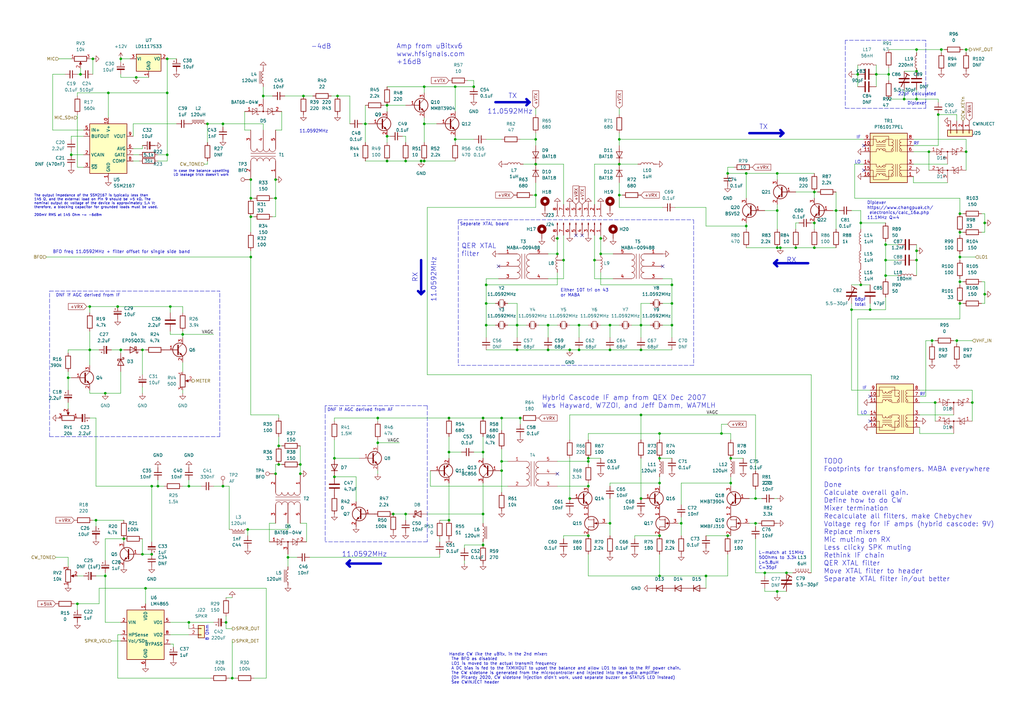
<source format=kicad_sch>
(kicad_sch (version 20211123) (generator eeschema)

  (uuid 0e592cd4-1950-44ef-9727-8e526f4c4e12)

  (paper "A3")

  (title_block
    (title "DART-70 TRX")
    (date "2023-02-02")
    (rev "0")
    (company "HB9EGM")
    (comment 1 "A 4m Band SSB/CW Transceiver")
    (comment 2 "Baseband")
  )

  

  (junction (at 68.58 24.13) (diameter 0) (color 0 0 0 0)
    (uuid 007433ed-6d80-48ba-9527-0a8470b6050a)
  )
  (junction (at 186.69 57.15) (diameter 0) (color 0 0 0 0)
    (uuid 0079a40d-5664-4eb5-a4a1-35e197c9e578)
  )
  (junction (at 172.72 66.04) (diameter 0) (color 0 0 0 0)
    (uuid 027f19f3-a3d5-4daa-a96e-c5d9a71c1df8)
  )
  (junction (at 158.75 55.88) (diameter 0) (color 0 0 0 0)
    (uuid 02d8bab6-e62a-43d8-ae0a-47eb8be52f66)
  )
  (junction (at 58.42 143.51) (diameter 0) (color 0 0 0 0)
    (uuid 059f4155-bed3-4fb2-9baa-d569f31b7e5d)
  )
  (junction (at 320.04 101.6) (diameter 0) (color 0 0 0 0)
    (uuid 076a6a07-11fa-4191-a538-035a47a6b026)
  )
  (junction (at 199.39 124.46) (diameter 0) (color 0 0 0 0)
    (uuid 08e3fbcd-b24c-43b5-a2a5-3ed606084464)
  )
  (junction (at 375.92 20.32) (diameter 0) (color 0 0 0 0)
    (uuid 0e0e432b-78ea-4677-9624-cfa175a66f05)
  )
  (junction (at 262.89 143.51) (diameter 0) (color 0 0 0 0)
    (uuid 0e565d2a-00bb-4f20-8e2e-0f824e8d2762)
  )
  (junction (at 356.87 127) (diameter 0) (color 0 0 0 0)
    (uuid 0e79f50c-6749-4775-a4f9-1113788b2e6b)
  )
  (junction (at 241.3 189.23) (diameter 0) (color 0 0 0 0)
    (uuid 0f8367d0-e4ea-40ae-8dac-4e16d60a532f)
  )
  (junction (at 298.45 71.12) (diameter 0) (color 0 0 0 0)
    (uuid 1012b60c-7995-4cf6-a029-e4cda1fc26a4)
  )
  (junction (at 39.37 213.36) (diameter 0) (color 0 0 0 0)
    (uuid 1761eacf-5516-4f80-af22-ca5c2f3d7629)
  )
  (junction (at 173.99 50.8) (diameter 0) (color 0 0 0 0)
    (uuid 17a2367e-a2ff-4b57-83ee-9ab25894ec97)
  )
  (junction (at 68.58 38.1) (diameter 0) (color 0 0 0 0)
    (uuid 18381db9-5d7f-4848-9a07-251ba865a202)
  )
  (junction (at 48.26 125.73) (diameter 0) (color 0 0 0 0)
    (uuid 1843d2c0-629c-44e7-8460-03ced60a2111)
  )
  (junction (at 334.01 101.6) (diameter 0) (color 0 0 0 0)
    (uuid 1938c685-27ac-44a9-aab4-2c6ed50b8ec7)
  )
  (junction (at 295.91 177.8) (diameter 0) (color 0 0 0 0)
    (uuid 1a164a1f-45a6-43b7-9b64-349463c23d37)
  )
  (junction (at 166.37 210.82) (diameter 0) (color 0 0 0 0)
    (uuid 1c038126-c738-4381-b698-5c33c4341ae8)
  )
  (junction (at 262.89 204.47) (diameter 0) (color 0 0 0 0)
    (uuid 1de51305-582b-4628-8092-75c3cf54eea0)
  )
  (junction (at 113.03 194.31) (diameter 0) (color 0 0 0 0)
    (uuid 1e5b8adc-bfe4-4d62-8fbb-b09ad198c5b6)
  )
  (junction (at 233.68 143.51) (diameter 0) (color 0 0 0 0)
    (uuid 210630ed-a720-499f-8ec9-3630627e1e05)
  )
  (junction (at 194.31 35.56) (diameter 0) (color 0 0 0 0)
    (uuid 222d63d3-68ff-4a04-b7c3-6efd5c4ab9e1)
  )
  (junction (at 381 62.23) (diameter 0) (color 0 0 0 0)
    (uuid 223b72c8-191b-4d26-8e73-2beb56cb0a2b)
  )
  (junction (at 298.45 219.71) (diameter 0) (color 0 0 0 0)
    (uuid 22f086a0-4e36-4832-8e1e-3bdb65f5c3f2)
  )
  (junction (at 212.09 143.51) (diameter 0) (color 0 0 0 0)
    (uuid 24fd922c-d488-4d61-b6dc-9d3e359ccc82)
  )
  (junction (at 299.72 187.96) (diameter 0) (color 0 0 0 0)
    (uuid 2583e10f-d237-4b6a-a35d-cff26f964496)
  )
  (junction (at 384.81 46.99) (diameter 0) (color 0 0 0 0)
    (uuid 2752e81c-fd78-4adc-8a3e-c2100d5bd7d7)
  )
  (junction (at 44.45 38.1) (diameter 0) (color 0 0 0 0)
    (uuid 2792ed93-89db-4e51-99ff-281323e776eb)
  )
  (junction (at 43.18 161.29) (diameter 0) (color 0 0 0 0)
    (uuid 2ac61f93-ebdb-4844-a9b1-76718596cd8a)
  )
  (junction (at 158.75 43.18) (diameter 0) (color 0 0 0 0)
    (uuid 2cd3680a-9e9d-4c97-9125-39c64a75e644)
  )
  (junction (at 270.51 198.12) (diameter 0) (color 0 0 0 0)
    (uuid 2d264e2f-7e31-4a17-86c5-13a68ab3ff7e)
  )
  (junction (at 363.22 106.68) (diameter 0) (color 0 0 0 0)
    (uuid 2fd14c3b-7e81-4330-b4b6-7d3b5d88fd5c)
  )
  (junction (at 393.7 115.57) (diameter 0) (color 0 0 0 0)
    (uuid 2fdc7923-56aa-4f0e-b559-e1b2e79c3c8f)
  )
  (junction (at 114.3 190.5) (diameter 0) (color 0 0 0 0)
    (uuid 30a877c2-a2d2-45b6-a8fa-8c4567fd5621)
  )
  (junction (at 382.27 139.7) (diameter 0) (color 0 0 0 0)
    (uuid 30dc039a-a902-4295-a2ea-7a00c6153126)
  )
  (junction (at 318.77 71.12) (diameter 0) (color 0 0 0 0)
    (uuid 315201dd-7991-408a-b65b-aa397fb29cdd)
  )
  (junction (at 38.1 24.13) (diameter 0) (color 0 0 0 0)
    (uuid 335263d3-7e35-4a9c-83c2-cd71d45f0688)
  )
  (junction (at 383.54 165.1) (diameter 0) (color 0 0 0 0)
    (uuid 3365c11b-b4a5-418d-85ee-41028926f18a)
  )
  (junction (at 351.79 30.48) (diameter 0) (color 0 0 0 0)
    (uuid 3b4c9779-bcad-4732-8142-8c3ab8d0419f)
  )
  (junction (at 173.99 35.56) (diameter 0) (color 0 0 0 0)
    (uuid 3bd6009a-f48b-4c66-92de-4d24549b4c7d)
  )
  (junction (at 161.29 210.82) (diameter 0) (color 0 0 0 0)
    (uuid 3bf0f30a-4c02-4011-9e56-5268cd9a18bc)
  )
  (junction (at 198.12 171.45) (diameter 0) (color 0 0 0 0)
    (uuid 3e9deac2-8e86-484c-b76a-a334d0715f66)
  )
  (junction (at 403.86 120.65) (diameter 0) (color 0 0 0 0)
    (uuid 3f6ba890-8616-4e68-b9d0-3d4eacc2e5c7)
  )
  (junction (at 375.92 106.68) (diameter 0) (color 0 0 0 0)
    (uuid 3fcecab3-b47b-4a8c-9fb9-b323af94bc6b)
  )
  (junction (at 173.99 66.04) (diameter 0) (color 0 0 0 0)
    (uuid 43c88063-044a-47b7-b010-f3fb76152eec)
  )
  (junction (at 375.92 102.87) (diameter 0) (color 0 0 0 0)
    (uuid 446196fa-4af3-4fe1-9348-f02489c61276)
  )
  (junction (at 199.39 133.35) (diameter 0) (color 0 0 0 0)
    (uuid 460147d8-e4b6-4910-88e9-07d1ddd6c2df)
  )
  (junction (at 219.71 57.15) (diameter 0) (color 0 0 0 0)
    (uuid 485f8372-6f58-431e-9419-bfc90ad67732)
  )
  (junction (at 364.49 30.48) (diameter 0) (color 0 0 0 0)
    (uuid 4b3ba67b-606d-4750-abb9-54a01fd7bc1a)
  )
  (junction (at 212.09 133.35) (diameter 0) (color 0 0 0 0)
    (uuid 4b982f8b-ca29-4ebf-88fc-8a50b24e0802)
  )
  (junction (at 359.41 30.48) (diameter 0) (color 0 0 0 0)
    (uuid 4bcbab50-174d-4a4b-8660-c13a99f4d953)
  )
  (junction (at 246.38 104.14) (diameter 0) (color 0 0 0 0)
    (uuid 4d4b296b-354c-4f54-8b98-a9fec52fa110)
  )
  (junction (at 375.92 29.21) (diameter 0) (color 0 0 0 0)
    (uuid 4dbafe87-53e2-4b1b-b9d1-f029995a0c51)
  )
  (junction (at 91.44 50.8) (diameter 0) (color 0 0 0 0)
    (uuid 4f100da6-d6f9-4b77-90f1-fda986c2ed73)
  )
  (junction (at 113.03 81.28) (diameter 0) (color 0 0 0 0)
    (uuid 4f661a6f-98d8-4461-9401-113364b1e3a8)
  )
  (junction (at 184.15 213.36) (diameter 0) (color 0 0 0 0)
    (uuid 510aabe6-d19e-45d2-9ee4-74f6d2e6df89)
  )
  (junction (at 393.7 87.63) (diameter 0) (color 0 0 0 0)
    (uuid 56e3e10b-0165-4e27-9816-f40b5bb7e426)
  )
  (junction (at 275.59 133.35) (diameter 0) (color 0 0 0 0)
    (uuid 5c4341e3-29f4-4014-ad6b-9b4cb50156a6)
  )
  (junction (at 246.38 97.79) (diameter 0) (color 0 0 0 0)
    (uuid 5d58706a-c013-405c-9112-847886006796)
  )
  (junction (at 262.89 133.35) (diameter 0) (color 0 0 0 0)
    (uuid 5dbda758-e74b-4ccf-ad68-495d537d68ba)
  )
  (junction (at 275.59 124.46) (diameter 0) (color 0 0 0 0)
    (uuid 5fc44bfc-3a32-42f5-89ff-303d655beeb1)
  )
  (junction (at 198.12 223.52) (diameter 0) (color 0 0 0 0)
    (uuid 611c0051-64b3-4ff6-b51a-6ea814324060)
  )
  (junction (at 69.85 125.73) (diameter 0) (color 0 0 0 0)
    (uuid 62ed984b-c070-4de1-bd86-30aeb09fb9cd)
  )
  (junction (at 326.39 101.6) (diameter 0) (color 0 0 0 0)
    (uuid 6333a58f-0905-40bf-8806-a9405483f292)
  )
  (junction (at 138.43 39.37) (diameter 0) (color 0 0 0 0)
    (uuid 67d87795-1d4f-4f21-9afa-f7da30e8b867)
  )
  (junction (at 342.9 86.36) (diameter 0) (color 0 0 0 0)
    (uuid 6bdd7ca9-a767-4e33-bf37-498b319fce63)
  )
  (junction (at 102.87 88.9) (diameter 0) (color 0 0 0 0)
    (uuid 6e61ed05-4ce2-4d6e-b300-e8935e213361)
  )
  (junction (at 62.23 227.33) (diameter 0) (color 0 0 0 0)
    (uuid 707b1436-6255-4e74-ac3c-e365f258d4c7)
  )
  (junction (at 270.51 236.22) (diameter 0) (color 0 0 0 0)
    (uuid 711716b4-cb3c-40a8-915f-7a9cd1c1a345)
  )
  (junction (at 306.07 92.71) (diameter 0) (color 0 0 0 0)
    (uuid 71548298-edf3-48ed-bda9-4f920bb3ffda)
  )
  (junction (at 334.01 91.44) (diameter 0) (color 0 0 0 0)
    (uuid 7203aae8-7ab5-4754-be1f-92fd79bf7883)
  )
  (junction (at 228.6 104.14) (diameter 0) (color 0 0 0 0)
    (uuid 7292e3c7-8290-4fad-a17c-92a17c78ac6c)
  )
  (junction (at 254 57.15) (diameter 0) (color 0 0 0 0)
    (uuid 782fd8fa-9fb0-44b6-bdfd-23367a676327)
  )
  (junction (at 299.72 198.12) (diameter 0) (color 0 0 0 0)
    (uuid 79aa4561-3272-488a-aacc-d24a783bf3fa)
  )
  (junction (at 393.7 105.41) (diameter 0) (color 0 0 0 0)
    (uuid 88658da7-484b-4fb1-bd87-cf0fe9fbbc98)
  )
  (junction (at 318.77 86.36) (diameter 0) (color 0 0 0 0)
    (uuid 897a30bd-82ab-4191-9e1c-88c95eb420c0)
  )
  (junction (at 205.74 171.45) (diameter 0) (color 0 0 0 0)
    (uuid 89924c9d-894c-4783-bb98-91fe4fffc426)
  )
  (junction (at 363.22 100.33) (diameter 0) (color 0 0 0 0)
    (uuid 89a0992d-b4b4-4a98-9018-0c3e3ac7c4ed)
  )
  (junction (at 403.86 91.44) (diameter 0) (color 0 0 0 0)
    (uuid 8a030abd-885a-4b15-b74a-b44dc2b6c7d7)
  )
  (junction (at 334.01 78.74) (diameter 0) (color 0 0 0 0)
    (uuid 8cad30c6-cd21-4b04-8aa8-5dfd9876668a)
  )
  (junction (at 370.84 40.64) (diameter 0) (color 0 0 0 0)
    (uuid 8d45f61e-b48a-4d9a-9705-81179d1cee29)
  )
  (junction (at 92.71 255.27) (diameter 0) (color 0 0 0 0)
    (uuid 8d612602-5cc8-45dd-a943-2a29be4b9ede)
  )
  (junction (at 102.87 81.28) (diameter 0) (color 0 0 0 0)
    (uuid 8edc9989-feda-4190-96e8-8ba0ca953891)
  )
  (junction (at 43.18 236.22) (diameter 0) (color 0 0 0 0)
    (uuid 8f57152a-781e-4e8e-b36c-e81f9a864e3b)
  )
  (junction (at 49.53 24.13) (diameter 0) (color 0 0 0 0)
    (uuid 8fd35ceb-d608-4169-ae56-e892681304a9)
  )
  (junction (at 250.19 214.63) (diameter 0) (color 0 0 0 0)
    (uuid 91049a94-ccf8-463e-ab05-8a76a56be653)
  )
  (junction (at 309.88 214.63) (diameter 0) (color 0 0 0 0)
    (uuid 9134413a-edf3-40ce-9ec2-93a536746842)
  )
  (junction (at 318.77 242.57) (diameter 0) (color 0 0 0 0)
    (uuid 92b5166e-7b6a-4c31-94b5-b9d3f56f30b6)
  )
  (junction (at 205.74 189.23) (diameter 0) (color 0 0 0 0)
    (uuid 94a7e072-a853-4895-a974-0e863ac9edc2)
  )
  (junction (at 113.03 73.66) (diameter 0) (color 0 0 0 0)
    (uuid 9501ad82-8c5c-4bd6-a4e5-d738b7099508)
  )
  (junction (at 224.79 133.35) (diameter 0) (color 0 0 0 0)
    (uuid 9666bb6a-0c1d-4c92-be6d-94a465ec5c51)
  )
  (junction (at 64.77 199.39) (diameter 0) (color 0 0 0 0)
    (uuid 97e09b83-0572-4634-8ce7-0a86f1339fd8)
  )
  (junction (at 107.95 39.37) (diameter 0) (color 0 0 0 0)
    (uuid 983034d1-18ea-4dac-8753-9630cc5e0592)
  )
  (junction (at 386.08 20.32) (diameter 0) (color 0 0 0 0)
    (uuid 9873db56-1f37-4fe2-98ad-60e4c87af40c)
  )
  (junction (at 275.59 116.84) (diameter 0) (color 0 0 0 0)
    (uuid 9918dbb5-067b-4f72-a60f-e99dd790b7bf)
  )
  (junction (at 270.51 177.8) (diameter 0) (color 0 0 0 0)
    (uuid 994aaeb0-a945-4297-8f22-64b15ec2470b)
  )
  (junction (at 254 80.01) (diameter 0) (color 0 0 0 0)
    (uuid 99c68e22-79ac-4df3-82ed-69d5274feb54)
  )
  (junction (at 363.22 113.03) (diameter 0) (color 0 0 0 0)
    (uuid 9a438e91-12f1-4003-9587-51635f0ae695)
  )
  (junction (at 219.71 80.01) (diameter 0) (color 0 0 0 0)
    (uuid 9cae7022-94ae-4784-b773-30ffde5822a7)
  )
  (junction (at 102.87 73.66) (diameter 0) (color 0 0 0 0)
    (uuid 9d0f1857-3b05-4e01-b461-94289f64ce4a)
  )
  (junction (at 123.19 194.31) (diameter 0) (color 0 0 0 0)
    (uuid 9d1032f1-04b7-4a45-a406-c5f306a5a4a3)
  )
  (junction (at 393.7 95.25) (diameter 0) (color 0 0 0 0)
    (uuid a4615cb6-40e1-4e6b-aa44-484a7357f4a4)
  )
  (junction (at 198.12 185.42) (diameter 0) (color 0 0 0 0)
    (uuid a4ec02e9-e140-4dcc-958f-47f7624526cb)
  )
  (junction (at 36.83 125.73) (diameter 0) (color 0 0 0 0)
    (uuid a65cad0c-0ef1-4ea5-a965-4eae7ac1f6af)
  )
  (junction (at 231.14 106.68) (diameter 0) (color 0 0 0 0)
    (uuid a662cdd6-a57e-4364-b8b3-c025c426c5be)
  )
  (junction (at 31.75 247.65) (diameter 0) (color 0 0 0 0)
    (uuid a69f72c8-ce0f-4293-bf44-c6832495c836)
  )
  (junction (at 77.47 199.39) (diameter 0) (color 0 0 0 0)
    (uuid a7cad282-51c3-4f24-be5e-311c2c5e959b)
  )
  (junction (at 137.16 195.58) (diameter 0) (color 0 0 0 0)
    (uuid a8675aa5-24f4-4a65-9564-259800e24a61)
  )
  (junction (at 228.6 97.79) (diameter 0) (color 0 0 0 0)
    (uuid aa537d78-628c-458e-8a08-c2dae82aca82)
  )
  (junction (at 318.77 101.6) (diameter 0) (color 0 0 0 0)
    (uuid aad5fe2f-2964-4c2f-90b5-8ec10e02fb70)
  )
  (junction (at 158.75 66.04) (diameter 0) (color 0 0 0 0)
    (uuid ab5a5163-9113-4726-bc7a-7e25f5bcb137)
  )
  (junction (at 27.94 154.94) (diameter 0) (color 0 0 0 0)
    (uuid ac0e5582-f44c-4bc2-8ae7-2c3f1115fb00)
  )
  (junction (at 33.02 30.48) (diameter 0) (color 0 0 0 0)
    (uuid ad2d033c-4040-4813-b5da-82cf827f9d86)
  )
  (junction (at 237.49 133.35) (diameter 0) (color 0 0 0 0)
    (uuid ad485fa9-ca4c-467a-b6d9-302ae2ec4eaa)
  )
  (junction (at 91.44 199.39) (diameter 0) (color 0 0 0 0)
    (uuid ae4c18cc-90ed-4d31-b27a-ee22bf49a14e)
  )
  (junction (at 237.49 143.51) (diameter 0) (color 0 0 0 0)
    (uuid aed41e50-066a-4d5d-9b35-33c86a58f817)
  )
  (junction (at 309.88 204.47) (diameter 0) (color 0 0 0 0)
    (uuid b046cbfe-7bd9-4ac8-9c60-a84b90a07076)
  )
  (junction (at 198.12 210.82) (diameter 0) (color 0 0 0 0)
    (uuid b0bd599f-5320-4de4-9844-b1248597f45d)
  )
  (junction (at 59.69 241.3) (diameter 0) (color 0 0 0 0)
    (uuid b2c93e47-1b35-4bce-b217-c95c59af9fea)
  )
  (junction (at 102.87 105.41) (diameter 0) (color 0 0 0 0)
    (uuid b2fc5a98-a9c8-4ffb-bf05-9a95788a6f6e)
  )
  (junction (at 199.39 116.84) (diameter 0) (color 0 0 0 0)
    (uuid b3ba518e-938d-434b-8f72-5ecf3fd42313)
  )
  (junction (at 154.94 181.61) (diameter 0) (color 0 0 0 0)
    (uuid b52e2ac1-1ad4-4299-a3b7-5950aeda9b09)
  )
  (junction (at 219.71 67.31) (diameter 0) (color 0 0 0 0)
    (uuid b55942a4-2e67-4c91-a2e2-17d287af1b39)
  )
  (junction (at 58.42 227.33) (diameter 0) (color 0 0 0 0)
    (uuid b67c5032-3958-4f67-8cff-2bc749aa2559)
  )
  (junction (at 68.58 63.5) (diameter 0) (color 0 0 0 0)
    (uuid b6a3e709-356a-4a55-ac00-07ba73afac37)
  )
  (junction (at 313.69 234.95) (diameter 0) (color 0 0 0 0)
    (uuid b7b0b83f-2dad-41a6-8e3b-dd0617021680)
  )
  (junction (at 233.68 204.47) (diameter 0) (color 0 0 0 0)
    (uuid bb8fc86a-138e-468d-a6f3-4d425bea2798)
  )
  (junction (at 241.3 199.39) (diameter 0) (color 0 0 0 0)
    (uuid bcb7b50e-e30b-4748-9ad3-15fd19268fd8)
  )
  (junction (at 270.51 187.96) (diameter 0) (color 0 0 0 0)
    (uuid bdd38f4a-d1f5-49ea-86a0-7074369f7406)
  )
  (junction (at 101.6 217.17) (diameter 0) (color 0 0 0 0)
    (uuid bf1cf86a-4cef-455a-b67c-093dbb9970e5)
  )
  (junction (at 95.25 278.13) (diameter 0) (color 0 0 0 0)
    (uuid bff74fb8-2e53-4140-9d30-8bb9b336dda4)
  )
  (junction (at 50.8 220.98) (diameter 0) (color 0 0 0 0)
    (uuid c07980be-125c-4459-be81-f2b8371f5ae2)
  )
  (junction (at 205.74 193.04) (diameter 0) (color 0 0 0 0)
    (uuid c41a688f-80a3-4252-bb37-134631846db3)
  )
  (junction (at 250.19 143.51) (diameter 0) (color 0 0 0 0)
    (uuid c8816f2b-d043-4f02-8988-815e5e7435ee)
  )
  (junction (at 118.11 228.6) (diameter 0) (color 0 0 0 0)
    (uuid c8c4fbfe-4e9c-445d-882a-7f1bac80adc8)
  )
  (junction (at 250.19 133.35) (diameter 0) (color 0 0 0 0)
    (uuid ca2ddb3d-eff7-4148-ac57-d5c14ba8be31)
  )
  (junction (at 55.88 31.75) (diameter 0) (color 0 0 0 0)
    (uuid ca3e4813-ee52-41fc-be54-f33d5d572e76)
  )
  (junction (at 393.7 124.46) (diameter 0) (color 0 0 0 0)
    (uuid ca5a4e59-a0d9-41f3-a4f9-8e9003dc636c)
  )
  (junction (at 241.3 187.96) (diameter 0) (color 0 0 0 0)
    (uuid cf4a7a0f-4b62-4a14-8810-1f9be9bb8bca)
  )
  (junction (at 375.92 40.64) (diameter 0) (color 0 0 0 0)
    (uuid cfd26f0b-c959-40e8-8a7e-48204bb5c64f)
  )
  (junction (at 224.79 143.51) (diameter 0) (color 0 0 0 0)
    (uuid d3e01bdf-5c14-407f-80a1-1d934fc04fab)
  )
  (junction (at 149.86 50.8) (diameter 0) (color 0 0 0 0)
    (uuid d46cfddd-ae59-45a8-a05e-501b77d91351)
  )
  (junction (at 124.46 39.37) (diameter 0) (color 0 0 0 0)
    (uuid d47b6e93-2883-4b61-9107-b49e482eb126)
  )
  (junction (at 270.51 219.71) (diameter 0) (color 0 0 0 0)
    (uuid d5fa5081-044e-4305-8f5d-d2a56bf86d29)
  )
  (junction (at 77.47 255.27) (diameter 0) (color 0 0 0 0)
    (uuid d6fda246-3399-48cd-8a06-99bbdf8c75e4)
  )
  (junction (at 241.3 219.71) (diameter 0) (color 0 0 0 0)
    (uuid d703d54e-2823-4563-98c8-59d8b8b54fec)
  )
  (junction (at 166.37 66.04) (diameter 0) (color 0 0 0 0)
    (uuid d774c163-0e71-4e59-99e8-33a6c910c00d)
  )
  (junction (at 62.23 199.39) (diameter 0) (color 0 0 0 0)
    (uuid d7d4c350-2318-4a09-b921-0a78963f6666)
  )
  (junction (at 254 67.31) (diameter 0) (color 0 0 0 0)
    (uuid d964cb21-9482-4b14-9981-964030a476a5)
  )
  (junction (at 396.24 62.23) (diameter 0) (color 0 0 0 0)
    (uuid daa9b5c5-21a2-4482-b81a-69bb9f749fb7)
  )
  (junction (at 186.69 35.56) (diameter 0) (color 0 0 0 0)
    (uuid dcdfeb28-863e-4a43-ad64-f6e45863b4d7)
  )
  (junction (at 213.36 171.45) (diameter 0) (color 0 0 0 0)
    (uuid ddaaa428-40ee-45ee-a789-6961e25a11bb)
  )
  (junction (at 392.43 139.7) (diameter 0) (color 0 0 0 0)
    (uuid de1eb50d-ef90-4d0d-a112-fc865a422b99)
  )
  (junction (at 289.56 236.22) (diameter 0) (color 0 0 0 0)
    (uuid df231e82-dc0c-49c1-a01b-d2be84591ff3)
  )
  (junction (at 322.58 234.95) (diameter 0) (color 0 0 0 0)
    (uuid e15f6002-d342-413a-a773-225c5f4cfb04)
  )
  (junction (at 396.24 20.32) (diameter 0) (color 0 0 0 0)
    (uuid e2d27bd1-d4c5-4321-a13b-160cb2d6015d)
  )
  (junction (at 49.53 143.51) (diameter 0) (color 0 0 0 0)
    (uuid e3903eeb-8b72-4b40-a088-cbbba270c01b)
  )
  (junction (at 184.15 171.45) (diameter 0) (color 0 0 0 0)
    (uuid e68e2295-e5ad-41e7-931d-7bf2c40e2981)
  )
  (junction (at 279.4 214.63) (diameter 0) (color 0 0 0 0)
    (uuid e736b041-4756-4726-980f-1b93cf00a2ad)
  )
  (junction (at 243.84 106.68) (diameter 0) (color 0 0 0 0)
    (uuid e7eee956-d2ad-4d33-9823-9759f9a8aab1)
  )
  (junction (at 74.93 137.16) (diameter 0) (color 0 0 0 0)
    (uuid e8558fbd-ea42-43a6-966a-7bd304bdfaad)
  )
  (junction (at 353.06 91.44) (diameter 0) (color 0 0 0 0)
    (uuid e8822f44-e7ca-47f3-a9bc-951244c889e7)
  )
  (junction (at 36.83 143.51) (diameter 0) (color 0 0 0 0)
    (uuid eac540a2-0555-4530-b9cb-9b037a65c0a7)
  )
  (junction (at 114.3 182.88) (diameter 0) (color 0 0 0 0)
    (uuid eb3c65f0-3082-4c13-98c1-cac8dc7eccac)
  )
  (junction (at 137.16 187.96) (diameter 0) (color 0 0 0 0)
    (uuid ecba702e-9fb5-4bd7-9b08-5197492ec54b)
  )
  (junction (at 349.25 127) (diameter 0) (color 0 0 0 0)
    (uuid ef4c798c-4721-49f1-8016-e362a6672715)
  )
  (junction (at 398.78 165.1) (diameter 0) (color 0 0 0 0)
    (uuid efac21da-3f93-4ae4-bab8-dbdec293c35e)
  )
  (junction (at 306.07 71.12) (diameter 0) (color 0 0 0 0)
    (uuid f02e930f-fe1a-4921-a9df-ee330f41d2bd)
  )
  (junction (at 154.94 171.45) (diameter 0) (color 0 0 0 0)
    (uuid f1a9e2a2-6347-4852-b335-cf8402c433a4)
  )
  (junction (at 353.06 116.84) (diameter 0) (color 0 0 0 0)
    (uuid f22dadd7-4a1b-4449-b981-cbbeced9fbc5)
  )
  (junction (at 85.09 50.8) (diameter 0) (color 0 0 0 0)
    (uuid f9362574-7797-4e6e-9765-e515232ee831)
  )
  (junction (at 184.15 185.42) (diameter 0) (color 0 0 0 0)
    (uuid fb5d1a59-18d1-49ea-b504-10e76cce8897)
  )
  (junction (at 123.19 190.5) (diameter 0) (color 0 0 0 0)
    (uuid fbe71f6a-7e5a-41f1-9e6e-b2e94d49a3bc)
  )
  (junction (at 29.21 63.5) (diameter 0) (color 0 0 0 0)
    (uuid fe2b05f5-675b-44d0-956c-c5829b7c692a)
  )
  (junction (at 262.89 170.18) (diameter 0) (color 0 0 0 0)
    (uuid fe2ce942-d4c5-4b3f-a09e-cda9276450f6)
  )

  (no_connect (at 356.87 172.72) (uuid 112718f1-f222-4c50-a4f0-a42dabd066b7))
  (no_connect (at 236.22 96.52) (uuid 2b99a1e6-5f67-436f-9ed5-38e8bfd4c142))
  (no_connect (at 354.33 69.85) (uuid 36cd8509-4b06-4001-aa2f-00b548cb4477))
  (no_connect (at 204.47 109.22) (uuid 4866aeb4-d287-46eb-8d15-c55d9c708490))
  (no_connect (at 354.33 59.69) (uuid 6226f2ac-b9bf-4733-a388-cd49aa6934ae))
  (no_connect (at 356.87 162.56) (uuid 69a2fbd1-0689-4722-b099-d7d4b3a2c805))
  (no_connect (at 271.78 109.22) (uuid 8a4c8ee9-530e-4698-8694-1dcab411e819))
  (no_connect (at 228.6 194.31) (uuid afdb3662-3196-4d9d-b0e8-7f416bb5cd4f))
  (no_connect (at 238.76 96.52) (uuid ee08a6c2-528a-478b-9089-08fe9a37ec7e))

  (wire (pts (xy 403.86 87.63) (xy 403.86 91.44))
    (stroke (width 0) (type default) (color 0 0 0 0))
    (uuid 006436ec-9ab2-4589-83be-4667e52db3bf)
  )
  (wire (pts (xy 205.74 171.45) (xy 205.74 176.53))
    (stroke (width 0) (type default) (color 0 0 0 0))
    (uuid 00c27d59-c437-4bee-9cde-cbd48a34e31b)
  )
  (wire (pts (xy 318.77 83.82) (xy 318.77 86.36))
    (stroke (width 0) (type default) (color 0 0 0 0))
    (uuid 00cf6024-5820-4cff-8981-5be2b438caf3)
  )
  (wire (pts (xy 87.63 199.39) (xy 91.44 199.39))
    (stroke (width 0) (type default) (color 0 0 0 0))
    (uuid 0113fe75-9787-49bd-865f-03242ce2a366)
  )
  (wire (pts (xy 219.71 57.15) (xy 219.71 54.61))
    (stroke (width 0) (type default) (color 0 0 0 0))
    (uuid 0125f083-fa2b-4a11-85be-7853b609b001)
  )
  (wire (pts (xy 359.41 30.48) (xy 359.41 35.56))
    (stroke (width 0) (type default) (color 0 0 0 0))
    (uuid 01c67c04-8ed4-481b-b382-ac69e0a55001)
  )
  (wire (pts (xy 68.58 66.04) (xy 64.77 66.04))
    (stroke (width 0) (type default) (color 0 0 0 0))
    (uuid 01caafb3-af8a-4642-870c-c290b286d040)
  )
  (wire (pts (xy 219.71 74.93) (xy 219.71 80.01))
    (stroke (width 0) (type default) (color 0 0 0 0))
    (uuid 01cceb30-c85f-4510-b324-8d17341fc730)
  )
  (wire (pts (xy 166.37 43.18) (xy 158.75 43.18))
    (stroke (width 0) (type default) (color 0 0 0 0))
    (uuid 01f0181c-303d-46c7-ba34-20eee1c48cd1)
  )
  (wire (pts (xy 173.99 50.8) (xy 179.07 50.8))
    (stroke (width 0) (type default) (color 0 0 0 0))
    (uuid 0222c276-ce98-44cf-9ac7-d0d00163570d)
  )
  (wire (pts (xy 190.5 231.14) (xy 190.5 229.87))
    (stroke (width 0) (type default) (color 0 0 0 0))
    (uuid 027fc545-8a42-4646-8424-467711418116)
  )
  (wire (pts (xy 114.3 170.18) (xy 114.3 171.45))
    (stroke (width 0) (type default) (color 0 0 0 0))
    (uuid 0332aa97-cadc-4e7a-b8af-ca59e255597d)
  )
  (wire (pts (xy 173.99 66.04) (xy 186.69 66.04))
    (stroke (width 0) (type default) (color 0 0 0 0))
    (uuid 035d062f-f875-4853-8ca1-a348c3967bb1)
  )
  (wire (pts (xy 113.03 214.63) (xy 110.49 214.63))
    (stroke (width 0) (type default) (color 0 0 0 0))
    (uuid 03b7756f-0559-43eb-b24d-3aefa5a15899)
  )
  (wire (pts (xy 394.97 20.32) (xy 396.24 20.32))
    (stroke (width 0) (type default) (color 0 0 0 0))
    (uuid 03ce6745-00b2-4d2b-bad7-eb9745172859)
  )
  (wire (pts (xy 166.37 210.82) (xy 161.29 210.82))
    (stroke (width 0) (type default) (color 0 0 0 0))
    (uuid 03dd13e2-d89f-47ed-8a2f-ce75e7a97ef3)
  )
  (wire (pts (xy 262.89 133.35) (xy 266.7 133.35))
    (stroke (width 0) (type default) (color 0 0 0 0))
    (uuid 042fe62b-53aa-4e86-97d0-9ccb1e16a895)
  )
  (wire (pts (xy 379.73 139.7) (xy 382.27 139.7))
    (stroke (width 0) (type default) (color 0 0 0 0))
    (uuid 0437af13-5b81-4e18-82d5-0ec28c5d895f)
  )
  (wire (pts (xy 374.65 74.93) (xy 374.65 72.39))
    (stroke (width 0) (type default) (color 0 0 0 0))
    (uuid 047a18ce-9e77-4d7d-a9ce-60b21f671177)
  )
  (wire (pts (xy 31.75 68.58) (xy 34.29 68.58))
    (stroke (width 0) (type default) (color 0 0 0 0))
    (uuid 04868f85-bc69-4fa9-8e62-d78ffe5ae58e)
  )
  (wire (pts (xy 396.24 20.32) (xy 397.51 20.32))
    (stroke (width 0) (type default) (color 0 0 0 0))
    (uuid 04ef368b-f4e9-48da-956c-ee93cb3d01e8)
  )
  (wire (pts (xy 363.22 106.68) (xy 363.22 113.03))
    (stroke (width 0) (type default) (color 0 0 0 0))
    (uuid 05ddadd4-94df-4d6a-b500-ff320675ba33)
  )
  (wire (pts (xy 241.3 227.33) (xy 241.3 236.22))
    (stroke (width 0) (type default) (color 0 0 0 0))
    (uuid 066671d9-1fdf-4a05-a7e7-cadb7d44b89f)
  )
  (wire (pts (xy 356.87 124.46) (xy 356.87 127))
    (stroke (width 0) (type default) (color 0 0 0 0))
    (uuid 06fedb5b-65dd-4aa0-9e2d-b04e5a505f26)
  )
  (wire (pts (xy 208.28 124.46) (xy 212.09 124.46))
    (stroke (width 0) (type default) (color 0 0 0 0))
    (uuid 082d865b-0a4e-49c3-b18b-be47fd4a465a)
  )
  (wire (pts (xy 382.27 139.7) (xy 383.54 139.7))
    (stroke (width 0) (type default) (color 0 0 0 0))
    (uuid 0830aef1-c986-42f8-ba6a-a3fcacbf0210)
  )
  (wire (pts (xy 309.88 234.95) (xy 309.88 220.98))
    (stroke (width 0) (type default) (color 0 0 0 0))
    (uuid 08c8f1b4-737d-438b-967e-a77cce3833c0)
  )
  (wire (pts (xy 58.42 143.51) (xy 58.42 153.67))
    (stroke (width 0) (type default) (color 0 0 0 0))
    (uuid 09321bf4-1ea1-49b5-b1f9-ac29d6606a74)
  )
  (wire (pts (xy 173.99 35.56) (xy 186.69 35.56))
    (stroke (width 0) (type default) (color 0 0 0 0))
    (uuid 0943dfff-08fd-4176-a97a-8e271f47b148)
  )
  (wire (pts (xy 393.7 105.41) (xy 393.7 104.14))
    (stroke (width 0) (type default) (color 0 0 0 0))
    (uuid 09aa0d32-f4dc-42fd-a756-e1229737bd34)
  )
  (wire (pts (xy 289.56 236.22) (xy 289.56 241.3))
    (stroke (width 0) (type default) (color 0 0 0 0))
    (uuid 0a0c053c-54e0-4f14-b909-036d0c5fbf08)
  )
  (wire (pts (xy 158.75 43.18) (xy 158.75 45.72))
    (stroke (width 0) (type default) (color 0 0 0 0))
    (uuid 0a80373e-7854-41a7-8441-30fd81967887)
  )
  (wire (pts (xy 254 74.93) (xy 254 80.01))
    (stroke (width 0) (type default) (color 0 0 0 0))
    (uuid 0a9f993d-d83a-4cdc-bae3-0f40dd545220)
  )
  (wire (pts (xy 279.4 198.12) (xy 299.72 198.12))
    (stroke (width 0) (type default) (color 0 0 0 0))
    (uuid 0b5e9f79-a50b-4078-b2be-eff1d45ab7fc)
  )
  (wire (pts (xy 219.71 80.01) (xy 219.71 85.09))
    (stroke (width 0) (type default) (color 0 0 0 0))
    (uuid 0c3bb475-57a3-4465-801b-1823c9a733cc)
  )
  (wire (pts (xy 309.88 234.95) (xy 313.69 234.95))
    (stroke (width 0) (type default) (color 0 0 0 0))
    (uuid 0dc79dd3-c584-4173-b914-e6a8bcd18e45)
  )
  (wire (pts (xy 36.83 135.89) (xy 36.83 143.51))
    (stroke (width 0) (type default) (color 0 0 0 0))
    (uuid 0e1c6bbc-4cc4-4ce9-b48a-8292bb286da8)
  )
  (wire (pts (xy 246.38 97.79) (xy 246.38 96.52))
    (stroke (width 0) (type default) (color 0 0 0 0))
    (uuid 0f4b5c7f-79aa-4c46-b222-58e7e288b195)
  )
  (wire (pts (xy 33.02 27.94) (xy 33.02 30.48))
    (stroke (width 0) (type default) (color 0 0 0 0))
    (uuid 100847e3-630c-4c13-ba45-180e92370805)
  )
  (wire (pts (xy 318.77 71.12) (xy 318.77 73.66))
    (stroke (width 0) (type default) (color 0 0 0 0))
    (uuid 10ef0d40-b427-4fac-bff7-e8ca2d279fd2)
  )
  (wire (pts (xy 166.37 66.04) (xy 172.72 66.04))
    (stroke (width 0) (type default) (color 0 0 0 0))
    (uuid 11ac1ac8-72b6-43ed-915e-50f87561daf8)
  )
  (wire (pts (xy 107.95 50.8) (xy 91.44 50.8))
    (stroke (width 0) (type default) (color 0 0 0 0))
    (uuid 12340fb8-cd9c-4069-beec-13d4d2ea0d99)
  )
  (polyline (pts (xy 307.34 54.61) (xy 321.31 54.61))
    (stroke (width 1) (type solid) (color 0 0 0 0))
    (uuid 1281d63b-9c8c-4454-9b2d-0bbbc27e2ae7)
  )

  (wire (pts (xy 44.45 38.1) (xy 68.58 38.1))
    (stroke (width 0) (type default) (color 0 0 0 0))
    (uuid 12e17856-cd8c-41a8-bb2e-9faca10b0973)
  )
  (wire (pts (xy 393.7 130.81) (xy 351.79 130.81))
    (stroke (width 0) (type default) (color 0 0 0 0))
    (uuid 15352954-5a6d-4167-94e3-a8475b279783)
  )
  (wire (pts (xy 43.18 234.95) (xy 43.18 236.22))
    (stroke (width 0) (type default) (color 0 0 0 0))
    (uuid 15e1025c-faeb-49ff-aaa3-6ba9acaabd98)
  )
  (wire (pts (xy 137.16 172.72) (xy 137.16 171.45))
    (stroke (width 0) (type default) (color 0 0 0 0))
    (uuid 1606d99f-0508-4f2e-b63b-47e62c4312ee)
  )
  (wire (pts (xy 386.08 21.59) (xy 386.08 20.32))
    (stroke (width 0) (type default) (color 0 0 0 0))
    (uuid 16070e3c-2cc9-4d09-bef3-8ceccb63947e)
  )
  (wire (pts (xy 36.83 125.73) (xy 36.83 128.27))
    (stroke (width 0) (type default) (color 0 0 0 0))
    (uuid 16aa2316-1a67-45e5-b6c4-e59dd85814f4)
  )
  (wire (pts (xy 334.01 71.12) (xy 318.77 71.12))
    (stroke (width 0) (type default) (color 0 0 0 0))
    (uuid 16b8184d-4364-4664-b33c-1e355c0b0e6c)
  )
  (wire (pts (xy 298.45 68.58) (xy 298.45 71.12))
    (stroke (width 0) (type default) (color 0 0 0 0))
    (uuid 171c47c2-e63c-45a5-b02c-078b78214786)
  )
  (wire (pts (xy 115.57 182.88) (xy 114.3 182.88))
    (stroke (width 0) (type default) (color 0 0 0 0))
    (uuid 17c93850-5ebd-4f0d-b8eb-52bf14b01af4)
  )
  (wire (pts (xy 186.69 35.56) (xy 194.31 35.56))
    (stroke (width 0) (type default) (color 0 0 0 0))
    (uuid 18723066-b973-43bf-8bbf-4c210121a928)
  )
  (wire (pts (xy 334.01 78.74) (xy 334.01 81.28))
    (stroke (width 0) (type default) (color 0 0 0 0))
    (uuid 189610aa-2967-4418-8b8b-b36bdf6bc60b)
  )
  (wire (pts (xy 375.92 100.33) (xy 375.92 102.87))
    (stroke (width 0) (type default) (color 0 0 0 0))
    (uuid 19028db1-670b-4d84-9d20-5aa2f8585dd7)
  )
  (wire (pts (xy 342.9 101.6) (xy 334.01 101.6))
    (stroke (width 0) (type default) (color 0 0 0 0))
    (uuid 1966977a-39df-4890-91de-0e8ae767b0a0)
  )
  (wire (pts (xy 186.69 57.15) (xy 194.31 57.15))
    (stroke (width 0) (type default) (color 0 0 0 0))
    (uuid 19a56892-f9d5-4508-ab75-59721c555275)
  )
  (wire (pts (xy 313.69 242.57) (xy 313.69 241.3))
    (stroke (width 0) (type default) (color 0 0 0 0))
    (uuid 1a255025-6cad-4a3e-8763-c9c3ba585d53)
  )
  (wire (pts (xy 326.39 101.6) (xy 320.04 101.6))
    (stroke (width 0) (type default) (color 0 0 0 0))
    (uuid 1a86e987-6d08-4b7a-b2e3-f89b9863e895)
  )
  (wire (pts (xy 146.05 195.58) (xy 146.05 205.74))
    (stroke (width 0) (type default) (color 0 0 0 0))
    (uuid 1a9613ab-fb34-4a02-8365-aadaa421dfaf)
  )
  (wire (pts (xy 27.94 143.51) (xy 36.83 143.51))
    (stroke (width 0) (type default) (color 0 0 0 0))
    (uuid 1a9f0d73-6986-450b-8da5-dca8d718cd0d)
  )
  (wire (pts (xy 375.92 20.32) (xy 386.08 20.32))
    (stroke (width 0) (type default) (color 0 0 0 0))
    (uuid 1b89864d-e042-4259-99ab-c96136a33a11)
  )
  (wire (pts (xy 350.52 67.31) (xy 350.52 81.28))
    (stroke (width 0) (type default) (color 0 0 0 0))
    (uuid 1c0378fb-8fa4-4942-8a64-86b9252ef636)
  )
  (wire (pts (xy 262.89 143.51) (xy 275.59 143.51))
    (stroke (width 0) (type default) (color 0 0 0 0))
    (uuid 1d8cbdb8-b0d5-4f06-84c8-05770b7e9555)
  )
  (wire (pts (xy 219.71 59.69) (xy 219.71 57.15))
    (stroke (width 0) (type default) (color 0 0 0 0))
    (uuid 1dbe419a-f71e-4ab5-9a49-e58e75747fdf)
  )
  (wire (pts (xy 118.11 217.17) (xy 101.6 217.17))
    (stroke (width 0) (type default) (color 0 0 0 0))
    (uuid 1dc9a7fa-415c-4243-97fb-46b0d627e89d)
  )
  (wire (pts (xy 137.16 171.45) (xy 154.94 171.45))
    (stroke (width 0) (type default) (color 0 0 0 0))
    (uuid 1ddbded3-4d65-49ba-8123-18c72e4b7f4a)
  )
  (wire (pts (xy 363.22 113.03) (xy 363.22 114.3))
    (stroke (width 0) (type default) (color 0 0 0 0))
    (uuid 1e2c0cdd-08a6-4586-b370-3ffc74205845)
  )
  (wire (pts (xy 243.84 106.68) (xy 243.84 114.3))
    (stroke (width 0) (type default) (color 0 0 0 0))
    (uuid 1e9638be-d271-44b9-9bc3-e37783c8782f)
  )
  (wire (pts (xy 158.75 66.04) (xy 166.37 66.04))
    (stroke (width 0) (type default) (color 0 0 0 0))
    (uuid 1f1052c4-d15a-450f-8bb0-3cc3f3592607)
  )
  (wire (pts (xy 250.19 204.47) (xy 250.19 214.63))
    (stroke (width 0) (type default) (color 0 0 0 0))
    (uuid 1f1c22b1-15a3-4e28-88a5-25ba2fbef197)
  )
  (wire (pts (xy 212.09 124.46) (xy 212.09 133.35))
    (stroke (width 0) (type default) (color 0 0 0 0))
    (uuid 1fd73780-e017-4e2c-9674-56cb6f09dc2d)
  )
  (wire (pts (xy 246.38 116.84) (xy 275.59 116.84))
    (stroke (width 0) (type default) (color 0 0 0 0))
    (uuid 2163a967-be2d-4344-a94d-f1b8da3dc3a3)
  )
  (wire (pts (xy 396.24 57.15) (xy 396.24 62.23))
    (stroke (width 0) (type default) (color 0 0 0 0))
    (uuid 2171e051-2b1c-4df3-9987-bb0d428437aa)
  )
  (wire (pts (xy 53.34 24.13) (xy 49.53 24.13))
    (stroke (width 0) (type default) (color 0 0 0 0))
    (uuid 219ed590-c887-4a37-b8cf-2c9225c6d07e)
  )
  (wire (pts (xy 69.85 135.89) (xy 69.85 137.16))
    (stroke (width 0) (type default) (color 0 0 0 0))
    (uuid 22591446-6d82-47ac-b525-9e9deb496c8c)
  )
  (wire (pts (xy 137.16 180.34) (xy 137.16 187.96))
    (stroke (width 0) (type default) (color 0 0 0 0))
    (uuid 231e5ae4-1791-4485-9a32-a64456488009)
  )
  (wire (pts (xy 111.76 88.9) (xy 113.03 88.9))
    (stroke (width 0) (type default) (color 0 0 0 0))
    (uuid 233c88a4-9a5e-42af-96fb-5079a0c4ddfe)
  )
  (wire (pts (xy 241.3 189.23) (xy 241.3 187.96))
    (stroke (width 0) (type default) (color 0 0 0 0))
    (uuid 25347fbb-8744-4d15-9949-de9866144f81)
  )
  (wire (pts (xy 270.51 177.8) (xy 241.3 177.8))
    (stroke (width 0) (type default) (color 0 0 0 0))
    (uuid 2556849b-244d-40cf-86de-101d00a3273d)
  )
  (wire (pts (xy 275.59 187.96) (xy 270.51 187.96))
    (stroke (width 0) (type default) (color 0 0 0 0))
    (uuid 25b40549-5004-4a9f-8c83-45a4561f2c44)
  )
  (wire (pts (xy 39.37 213.36) (xy 50.8 213.36))
    (stroke (width 0) (type default) (color 0 0 0 0))
    (uuid 268a679e-e023-47f5-8a31-2516b1c23479)
  )
  (wire (pts (xy 295.91 173.99) (xy 295.91 177.8))
    (stroke (width 0) (type default) (color 0 0 0 0))
    (uuid 27937394-9bb7-48f6-a154-02c32eca1c67)
  )
  (wire (pts (xy 342.9 78.74) (xy 342.9 86.36))
    (stroke (width 0) (type default) (color 0 0 0 0))
    (uuid 2812f45e-ebd6-42bd-b5eb-ed95214eca8f)
  )
  (wire (pts (xy 198.12 198.12) (xy 198.12 210.82))
    (stroke (width 0) (type default) (color 0 0 0 0))
    (uuid 287f053d-d517-4f77-a833-8d255e7a9f3f)
  )
  (wire (pts (xy 31.75 247.65) (xy 40.64 247.65))
    (stroke (width 0) (type default) (color 0 0 0 0))
    (uuid 29b8b23a-e7ee-4dc9-92e7-c3cadb119379)
  )
  (wire (pts (xy 335.28 78.74) (xy 334.01 78.74))
    (stroke (width 0) (type default) (color 0 0 0 0))
    (uuid 2a3e52a2-02c1-4de1-bbee-f4f094c5cf5c)
  )
  (wire (pts (xy 205.74 189.23) (xy 205.74 193.04))
    (stroke (width 0) (type default) (color 0 0 0 0))
    (uuid 2a63233b-a7a2-4c59-82c8-58a12efecada)
  )
  (wire (pts (xy 250.19 214.63) (xy 248.92 214.63))
    (stroke (width 0) (type default) (color 0 0 0 0))
    (uuid 2afd810b-02fc-4ddc-b23c-b8689ad0ab1d)
  )
  (wire (pts (xy 34.29 55.88) (xy 29.21 55.88))
    (stroke (width 0) (type default) (color 0 0 0 0))
    (uuid 2b878984-ad62-40d5-87be-d30f465ae2b3)
  )
  (wire (pts (xy 74.93 152.4) (xy 74.93 148.59))
    (stroke (width 0) (type default) (color 0 0 0 0))
    (uuid 2b894b8a-c098-4d9d-be0f-2ef41dea274e)
  )
  (wire (pts (xy 266.7 124.46) (xy 262.89 124.46))
    (stroke (width 0) (type default) (color 0 0 0 0))
    (uuid 2ba6a5e2-be81-4fda-a558-a7c1489b8584)
  )
  (wire (pts (xy 228.6 97.79) (xy 228.6 104.14))
    (stroke (width 0) (type default) (color 0 0 0 0))
    (uuid 2bb91631-ebd1-41f4-8f02-7d20cea9a1ea)
  )
  (wire (pts (xy 118.11 228.6) (xy 118.11 227.33))
    (stroke (width 0) (type default) (color 0 0 0 0))
    (uuid 2bc9d2d9-93de-4c12-bc6b-86b8c29f0aa6)
  )
  (wire (pts (xy 199.39 114.3) (xy 199.39 116.84))
    (stroke (width 0) (type default) (color 0 0 0 0))
    (uuid 2d4b6a63-930e-4ce6-8f19-abaabb68aafd)
  )
  (wire (pts (xy 349.25 160.02) (xy 349.25 127))
    (stroke (width 0) (type default) (color 0 0 0 0))
    (uuid 2dcb67f4-c872-4b2a-956a-523605159edb)
  )
  (wire (pts (xy 128.27 39.37) (xy 124.46 39.37))
    (stroke (width 0) (type default) (color 0 0 0 0))
    (uuid 2e63a8de-ed51-4777-8337-472b5b4f8240)
  )
  (wire (pts (xy 275.59 138.43) (xy 275.59 133.35))
    (stroke (width 0) (type default) (color 0 0 0 0))
    (uuid 2e6b1f7e-e4c3-43a1-ae90-c85aa40696d5)
  )
  (wire (pts (xy 259.08 133.35) (xy 262.89 133.35))
    (stroke (width 0) (type default) (color 0 0 0 0))
    (uuid 2ec9be40-1d5a-4e2d-8a4d-4be2d3c079d5)
  )
  (wire (pts (xy 353.06 86.36) (xy 353.06 91.44))
    (stroke (width 0) (type default) (color 0 0 0 0))
    (uuid 2f3f2305-6e67-4103-9727-21f03965c347)
  )
  (wire (pts (xy 214.63 67.31) (xy 219.71 67.31))
    (stroke (width 0) (type default) (color 0 0 0 0))
    (uuid 3026ca22-9079-411a-bec8-e95daa0137af)
  )
  (wire (pts (xy 125.73 214.63) (xy 123.19 214.63))
    (stroke (width 0) (type default) (color 0 0 0 0))
    (uuid 307b7b86-dfcd-43e5-adae-a42ec65f9c2c)
  )
  (wire (pts (xy 241.3 190.5) (xy 241.3 189.23))
    (stroke (width 0) (type default) (color 0 0 0 0))
    (uuid 31405bcc-b3b5-4799-beda-e88762b1ff65)
  )
  (wire (pts (xy 241.3 236.22) (xy 270.51 236.22))
    (stroke (width 0) (type default) (color 0 0 0 0))
    (uuid 314a73cd-4340-4691-9097-14e559730536)
  )
  (wire (pts (xy 233.68 170.18) (xy 233.68 180.34))
    (stroke (width 0) (type default) (color 0 0 0 0))
    (uuid 3276e29e-f986-4a1b-866c-9d3cbd2e5d3d)
  )
  (wire (pts (xy 186.69 45.72) (xy 186.69 35.56))
    (stroke (width 0) (type default) (color 0 0 0 0))
    (uuid 32d50c10-a20b-414f-afaf-7821cceaf33a)
  )
  (wire (pts (xy 26.67 30.48) (xy 21.59 30.48))
    (stroke (width 0) (type default) (color 0 0 0 0))
    (uuid 33b48673-c959-4510-b6fa-fd3f7bdb00fd)
  )
  (wire (pts (xy 64.77 63.5) (xy 68.58 63.5))
    (stroke (width 0) (type default) (color 0 0 0 0))
    (uuid 33b6dbe8-d555-4f35-a63c-27c75fa09ca7)
  )
  (wire (pts (xy 118.11 214.63) (xy 118.11 217.17))
    (stroke (width 0) (type default) (color 0 0 0 0))
    (uuid 33b8f01e-acf2-48c5-adde-e838f3dfad6d)
  )
  (wire (pts (xy 172.72 66.04) (xy 173.99 66.04))
    (stroke (width 0) (type default) (color 0 0 0 0))
    (uuid 341e0f4b-92fa-44cf-9e72-3a5fc025563e)
  )
  (wire (pts (xy 377.19 177.8) (xy 377.19 175.26))
    (stroke (width 0) (type default) (color 0 0 0 0))
    (uuid 34971b89-a71c-4b1e-9611-7fffde0ef9c4)
  )
  (wire (pts (xy 212.09 138.43) (xy 212.09 133.35))
    (stroke (width 0) (type default) (color 0 0 0 0))
    (uuid 35343f32-90ff-4059-a108-111fb444c3d2)
  )
  (wire (pts (xy 394.97 124.46) (xy 393.7 124.46))
    (stroke (width 0) (type default) (color 0 0 0 0))
    (uuid 3586fadc-dfb0-445d-9e9e-609ee49ba8a3)
  )
  (wire (pts (xy 27.94 160.02) (xy 27.94 154.94))
    (stroke (width 0) (type default) (color 0 0 0 0))
    (uuid 35e60fa0-27cf-4d0e-8bab-b364400c08c0)
  )
  (wire (pts (xy 123.19 194.31) (xy 123.19 190.5))
    (stroke (width 0) (type default) (color 0 0 0 0))
    (uuid 362da67e-2cbf-4626-b5c1-6c5ba9fb75f9)
  )
  (wire (pts (xy 208.28 189.23) (xy 205.74 189.23))
    (stroke (width 0) (type default) (color 0 0 0 0))
    (uuid 364f7692-8fd2-4996-8f00-fec21fff2827)
  )
  (wire (pts (xy 275.59 133.35) (xy 271.78 133.35))
    (stroke (width 0) (type default) (color 0 0 0 0))
    (uuid 36696ac6-2db1-4b52-ae3d-9f3c89d2042f)
  )
  (wire (pts (xy 332.74 153.67) (xy 175.26 153.67))
    (stroke (width 0) (type default) (color 0 0 0 0))
    (uuid 369c2242-d22f-4370-b888-6adc5e444aec)
  )
  (wire (pts (xy 43.18 220.98) (xy 50.8 220.98))
    (stroke (width 0) (type default) (color 0 0 0 0))
    (uuid 37776474-3e55-452d-b61d-56f6c437c0b7)
  )
  (wire (pts (xy 368.3 113.03) (xy 363.22 113.03))
    (stroke (width 0) (type default) (color 0 0 0 0))
    (uuid 37c4ff09-2526-492b-a9f8-7ea7ff67af23)
  )
  (wire (pts (xy 104.14 278.13) (xy 109.22 278.13))
    (stroke (width 0) (type default) (color 0 0 0 0))
    (uuid 37f9ff9e-4ac0-495a-8616-d843451c132e)
  )
  (polyline (pts (xy 20.32 179.07) (xy 20.32 119.38))
    (stroke (width 0) (type default) (color 0 0 0 0))
    (uuid 38a62d51-e863-4b0e-8f07-7e1cafdb4037)
  )

  (wire (pts (xy 49.53 260.35) (xy 48.26 260.35))
    (stroke (width 0) (type default) (color 0 0 0 0))
    (uuid 38d04039-5d82-48aa-b8b9-bc35b46616f0)
  )
  (wire (pts (xy 198.12 210.82) (xy 175.26 210.82))
    (stroke (width 0) (type default) (color 0 0 0 0))
    (uuid 393131ec-a9a2-4b13-8fa7-5bb85d9e7338)
  )
  (wire (pts (xy 199.39 116.84) (xy 199.39 124.46))
    (stroke (width 0) (type default) (color 0 0 0 0))
    (uuid 3a274653-eff3-4ffe-9be8-2bfd0950af0a)
  )
  (polyline (pts (xy 172.72 120.65) (xy 173.99 119.38))
    (stroke (width 1) (type solid) (color 0 0 0 0))
    (uuid 3a303245-2826-476f-837a-6c776ac8eec5)
  )
  (polyline (pts (xy 317.5 107.95) (xy 318.77 106.68))
    (stroke (width 1) (type default) (color 0 0 0 0))
    (uuid 3ae1ad84-1d31-4d2b-b989-ca9af6058aea)
  )

  (wire (pts (xy 384.81 46.99) (xy 384.81 59.69))
    (stroke (width 0) (type default) (color 0 0 0 0))
    (uuid 3b27dc08-2c00-4501-9b7e-e1fc9c4c1450)
  )
  (wire (pts (xy 237.49 133.35) (xy 241.3 133.35))
    (stroke (width 0) (type default) (color 0 0 0 0))
    (uuid 3c11bba2-1b60-442e-87b9-29fc89c74881)
  )
  (wire (pts (xy 318.77 204.47) (xy 317.5 204.47))
    (stroke (width 0) (type default) (color 0 0 0 0))
    (uuid 3ccaef01-74e6-4115-959d-fbd093047018)
  )
  (wire (pts (xy 243.84 114.3) (xy 251.46 114.3))
    (stroke (width 0) (type default) (color 0 0 0 0))
    (uuid 3ce385e6-83c9-457f-9081-a08d654779c4)
  )
  (wire (pts (xy 85.09 50.8) (xy 91.44 50.8))
    (stroke (width 0) (type default) (color 0 0 0 0))
    (uuid 3d0f8577-6ffa-41a9-8b25-878e6e828efa)
  )
  (wire (pts (xy 213.36 173.99) (xy 213.36 171.45))
    (stroke (width 0) (type default) (color 0 0 0 0))
    (uuid 3d84257e-dfac-4e83-ad7d-92150f9df1d8)
  )
  (wire (pts (xy 344.17 86.36) (xy 342.9 86.36))
    (stroke (width 0) (type default) (color 0 0 0 0))
    (uuid 3d93a3e9-87ac-4a3b-9b9e-a240dd18c534)
  )
  (wire (pts (xy 39.37 199.39) (xy 62.23 199.39))
    (stroke (width 0) (type default) (color 0 0 0 0))
    (uuid 3dac0765-17a2-43b9-bab1-cc5f50ce960f)
  )
  (wire (pts (xy 158.75 55.88) (xy 158.75 58.42))
    (stroke (width 0) (type default) (color 0 0 0 0))
    (uuid 3e47bf3b-545f-417b-95f8-0ce48a2e696b)
  )
  (wire (pts (xy 45.72 143.51) (xy 49.53 143.51))
    (stroke (width 0) (type default) (color 0 0 0 0))
    (uuid 3f206607-332e-4c96-8963-5302804f476f)
  )
  (wire (pts (xy 189.23 185.42) (xy 184.15 185.42))
    (stroke (width 0) (type default) (color 0 0 0 0))
    (uuid 3f2a51a5-354e-4662-86fe-5462c2bd8d58)
  )
  (wire (pts (xy 403.86 115.57) (xy 403.86 120.65))
    (stroke (width 0) (type default) (color 0 0 0 0))
    (uuid 3f89e29b-9d8f-481a-a517-85ca9e00b6c5)
  )
  (wire (pts (xy 31.75 46.99) (xy 31.75 68.58))
    (stroke (width 0) (type default) (color 0 0 0 0))
    (uuid 4102ae0e-3d75-40cd-957b-0b4db5d3f5ee)
  )
  (wire (pts (xy 74.93 161.29) (xy 74.93 160.02))
    (stroke (width 0) (type default) (color 0 0 0 0))
    (uuid 4116bfc2-eab3-4c29-a983-44eacd9f10f5)
  )
  (polyline (pts (xy 172.72 120.65) (xy 171.45 119.38))
    (stroke (width 1) (type default) (color 0 0 0 0))
    (uuid 4163deab-1cd6-41dd-a3a6-4003a316c140)
  )

  (wire (pts (xy 36.83 161.29) (xy 43.18 161.29))
    (stroke (width 0) (type default) (color 0 0 0 0))
    (uuid 4208e41d-1d0a-40b9-bf94-fcbeb6562f9d)
  )
  (wire (pts (xy 241.3 198.12) (xy 241.3 199.39))
    (stroke (width 0) (type default) (color 0 0 0 0))
    (uuid 421e1cc2-36a4-4dea-b009-97c228e970dc)
  )
  (wire (pts (xy 300.99 68.58) (xy 298.45 68.58))
    (stroke (width 0) (type default) (color 0 0 0 0))
    (uuid 42209508-7425-4ef6-9bd3-77e80b4d9abd)
  )
  (wire (pts (xy 270.51 198.12) (xy 270.51 199.39))
    (stroke (width 0) (type default) (color 0 0 0 0))
    (uuid 426d408a-ed40-43b4-b8c5-0e2c5087c1f6)
  )
  (polyline (pts (xy 175.26 166.37) (xy 133.35 166.37))
    (stroke (width 0) (type default) (color 0 0 0 0))
    (uuid 4284f916-8fed-4278-b00c-4c3f313faf80)
  )

  (wire (pts (xy 262.89 170.18) (xy 233.68 170.18))
    (stroke (width 0) (type default) (color 0 0 0 0))
    (uuid 437cfd94-f586-4649-a4a7-54b6265ccf76)
  )
  (wire (pts (xy 393.7 87.63) (xy 394.97 87.63))
    (stroke (width 0) (type default) (color 0 0 0 0))
    (uuid 444b90a0-e12f-4604-8031-264a2e3dcb20)
  )
  (wire (pts (xy 241.3 219.71) (xy 231.14 219.71))
    (stroke (width 0) (type default) (color 0 0 0 0))
    (uuid 44df90bf-029f-4262-a166-22df8e216390)
  )
  (wire (pts (xy 64.77 199.39) (xy 64.77 196.85))
    (stroke (width 0) (type default) (color 0 0 0 0))
    (uuid 44e993be-f2df-4e61-a598-dfd6e106a208)
  )
  (wire (pts (xy 309.88 204.47) (xy 307.34 204.47))
    (stroke (width 0) (type default) (color 0 0 0 0))
    (uuid 454e30d7-bcaa-4ad9-9d06-8047eb4476bc)
  )
  (wire (pts (xy 101.6 217.17) (xy 101.6 219.71))
    (stroke (width 0) (type default) (color 0 0 0 0))
    (uuid 45583653-c1b9-48b1-85eb-b50796173085)
  )
  (polyline (pts (xy 346.71 16.51) (xy 346.71 44.45))
    (stroke (width 0) (type default) (color 0 0 0 0))
    (uuid 461edb23-c1ec-4e0f-871a-a240c1cd3a36)
  )

  (wire (pts (xy 250.19 138.43) (xy 250.19 133.35))
    (stroke (width 0) (type default) (color 0 0 0 0))
    (uuid 462f8e7e-09c6-4676-ba4f-fd07b2868aa8)
  )
  (wire (pts (xy 191.77 33.02) (xy 194.31 33.02))
    (stroke (width 0) (type default) (color 0 0 0 0))
    (uuid 466b5642-6c10-45a7-84e5-76759a53f192)
  )
  (wire (pts (xy 110.49 214.63) (xy 110.49 222.25))
    (stroke (width 0) (type default) (color 0 0 0 0))
    (uuid 46ae2584-1b1d-400b-a946-46158d09b58d)
  )
  (wire (pts (xy 379.73 139.7) (xy 379.73 162.56))
    (stroke (width 0) (type default) (color 0 0 0 0))
    (uuid 46da1e60-4761-4966-96b0-d563aff527c6)
  )
  (wire (pts (xy 255.27 80.01) (xy 254 80.01))
    (stroke (width 0) (type default) (color 0 0 0 0))
    (uuid 479fe35f-e09c-4372-8e15-6784a7e3fd2e)
  )
  (polyline (pts (xy 284.48 90.17) (xy 284.48 149.86))
    (stroke (width 0) (type default) (color 0 0 0 0))
    (uuid 47e3424a-459d-4696-b1ce-e9ec51099a1c)
  )

  (wire (pts (xy 275.59 116.84) (xy 275.59 124.46))
    (stroke (width 0) (type default) (color 0 0 0 0))
    (uuid 47e8fba7-36e4-45b9-a8af-75005a86d254)
  )
  (wire (pts (xy 353.06 116.84) (xy 356.87 116.84))
    (stroke (width 0) (type default) (color 0 0 0 0))
    (uuid 492c5c5d-50ff-4f53-8bfe-dbeae65bd117)
  )
  (wire (pts (xy 231.14 220.98) (xy 231.14 219.71))
    (stroke (width 0) (type default) (color 0 0 0 0))
    (uuid 4931cfe6-a57f-424e-bedb-abc0697ca70b)
  )
  (polyline (pts (xy 142.24 231.14) (xy 143.51 229.87))
    (stroke (width 1) (type default) (color 0 0 0 0))
    (uuid 4a76b230-b78d-4796-9f68-c133f21f299a)
  )

  (wire (pts (xy 149.86 66.04) (xy 158.75 66.04))
    (stroke (width 0) (type default) (color 0 0 0 0))
    (uuid 4c76f766-86d7-4a64-b1aa-c2031c80d4f9)
  )
  (wire (pts (xy 306.07 92.71) (xy 306.07 91.44))
    (stroke (width 0) (type default) (color 0 0 0 0))
    (uuid 4cd21fa0-7b67-47f6-b094-824c04769f7a)
  )
  (wire (pts (xy 43.18 255.27) (xy 49.53 255.27))
    (stroke (width 0) (type default) (color 0 0 0 0))
    (uuid 4ce56cdb-8470-4b42-9ca5-e46d2f98344e)
  )
  (wire (pts (xy 43.18 220.98) (xy 43.18 229.87))
    (stroke (width 0) (type default) (color 0 0 0 0))
    (uuid 4cef478d-ce34-4d8e-8420-37dbcb7ebab2)
  )
  (wire (pts (xy 241.3 180.34) (xy 241.3 177.8))
    (stroke (width 0) (type default) (color 0 0 0 0))
    (uuid 4d49a0aa-f132-4d9a-8008-eb3731d0492a)
  )
  (wire (pts (xy 271.78 124.46) (xy 275.59 124.46))
    (stroke (width 0) (type default) (color 0 0 0 0))
    (uuid 4e43689e-9cf0-4146-b69d-54896ee090d3)
  )
  (wire (pts (xy 289.56 236.22) (xy 270.51 236.22))
    (stroke (width 0) (type default) (color 0 0 0 0))
    (uuid 4f4c7500-1079-402a-a4d0-1b3ec566c005)
  )
  (wire (pts (xy 113.03 81.28) (xy 113.03 88.9))
    (stroke (width 0) (type default) (color 0 0 0 0))
    (uuid 4f650738-cacc-469e-acc7-40ee5d49f8f4)
  )
  (wire (pts (xy 309.88 200.66) (xy 309.88 204.47))
    (stroke (width 0) (type default) (color 0 0 0 0))
    (uuid 4ff8f15b-b56c-4999-b071-e57847f73476)
  )
  (wire (pts (xy 194.31 185.42) (xy 198.12 185.42))
    (stroke (width 0) (type default) (color 0 0 0 0))
    (uuid 5030a7a1-a98a-4a1f-9156-d5d077f3c23f)
  )
  (wire (pts (xy 298.45 227.33) (xy 298.45 236.22))
    (stroke (width 0) (type default) (color 0 0 0 0))
    (uuid 50928973-c6f1-4b2b-a504-e4f02238a437)
  )
  (wire (pts (xy 354.33 67.31) (xy 350.52 67.31))
    (stroke (width 0) (type default) (color 0 0 0 0))
    (uuid 50c93d3b-a94c-4345-b9de-1bc66acdfbe1)
  )
  (wire (pts (xy 270.51 227.33) (xy 270.51 236.22))
    (stroke (width 0) (type default) (color 0 0 0 0))
    (uuid 51294bad-a7d2-4fff-a653-b88def9fe12f)
  )
  (wire (pts (xy 326.39 91.44) (xy 326.39 93.98))
    (stroke (width 0) (type default) (color 0 0 0 0))
    (uuid 5201a205-e70c-4273-9cc1-3a41fa9ea85e)
  )
  (wire (pts (xy 320.04 101.6) (xy 318.77 101.6))
    (stroke (width 0) (type default) (color 0 0 0 0))
    (uuid 5203ec46-5c15-40af-a728-fa3778c9831e)
  )
  (wire (pts (xy 391.16 177.8) (xy 377.19 177.8))
    (stroke (width 0) (type default) (color 0 0 0 0))
    (uuid 524b0bbc-ded0-4ac4-9d45-7316ae611d2e)
  )
  (wire (pts (xy 205.74 171.45) (xy 198.12 171.45))
    (stroke (width 0) (type default) (color 0 0 0 0))
    (uuid 53a7277a-bd72-4503-81ee-dc81381da923)
  )
  (wire (pts (xy 180.34 227.33) (xy 180.34 228.6))
    (stroke (width 0) (type default) (color 0 0 0 0))
    (uuid 548c7f77-c8cf-4755-8709-30d0d38f18ee)
  )
  (wire (pts (xy 270.51 198.12) (xy 250.19 198.12))
    (stroke (width 0) (type default) (color 0 0 0 0))
    (uuid 54b8142c-865d-46b7-bd41-9094b627d1ea)
  )
  (wire (pts (xy 231.14 67.31) (xy 219.71 67.31))
    (stroke (width 0) (type default) (color 0 0 0 0))
    (uuid 5515a45d-852f-41ee-ad6f-db22f355894a)
  )
  (wire (pts (xy 313.69 236.22) (xy 313.69 234.95))
    (stroke (width 0) (type default) (color 0 0 0 0))
    (uuid 557af375-62cf-4d80-b800-c9f2342e59c4)
  )
  (wire (pts (xy 92.71 255.27) (xy 92.71 257.81))
    (stroke (width 0) (type default) (color 0 0 0 0))
    (uuid 558a0009-c3ac-4149-9b82-e1cd2bc91ced)
  )
  (wire (pts (xy 102.87 88.9) (xy 102.87 95.25))
    (stroke (width 0) (type default) (color 0 0 0 0))
    (uuid 55af8e26-666e-4bcf-9038-cbe40d71a3b1)
  )
  (wire (pts (xy 27.94 154.94) (xy 29.21 154.94))
    (stroke (width 0) (type default) (color 0 0 0 0))
    (uuid 56bbedad-6259-4443-b321-0ffa1f89c336)
  )
  (wire (pts (xy 318.77 71.12) (xy 306.07 71.12))
    (stroke (width 0) (type default) (color 0 0 0 0))
    (uuid 58bd414d-1da5-4de0-bedc-7c4d6ecbc663)
  )
  (wire (pts (xy 212.09 143.51) (xy 224.79 143.51))
    (stroke (width 0) (type default) (color 0 0 0 0))
    (uuid 59ee13a4-660e-47e2-a73a-01cfe11439e9)
  )
  (wire (pts (xy 262.89 187.96) (xy 262.89 204.47))
    (stroke (width 0) (type default) (color 0 0 0 0))
    (uuid 5a8feb70-4d5b-4e2c-8d26-ac865b90757b)
  )
  (wire (pts (xy 402.59 87.63) (xy 403.86 87.63))
    (stroke (width 0) (type default) (color 0 0 0 0))
    (uuid 5b6f407f-496c-4f1e-96a6-2b4991b97515)
  )
  (wire (pts (xy 383.54 165.1) (xy 377.19 165.1))
    (stroke (width 0) (type default) (color 0 0 0 0))
    (uuid 5c343ab4-66b0-4ea0-8d7b-0bb9831b7a66)
  )
  (polyline (pts (xy 142.24 231.14) (xy 143.51 232.41))
    (stroke (width 1) (type solid) (color 0 0 0 0))
    (uuid 5c95f03e-5261-43cc-8304-e101a8ce2704)
  )

  (wire (pts (xy 154.94 171.45) (xy 154.94 172.72))
    (stroke (width 0) (type default) (color 0 0 0 0))
    (uuid 5d37c8f9-7255-4e71-9e76-a95b616c7023)
  )
  (wire (pts (xy 93.98 217.17) (xy 93.98 199.39))
    (stroke (width 0) (type default) (color 0 0 0 0))
    (uuid 5d387dc5-0c0a-4058-b883-4ef0f13025d0)
  )
  (wire (pts (xy 186.69 57.15) (xy 186.69 58.42))
    (stroke (width 0) (type default) (color 0 0 0 0))
    (uuid 5d629d5f-2f67-4551-82d1-b6b6c872f3e7)
  )
  (wire (pts (xy 36.83 160.02) (xy 36.83 161.29))
    (stroke (width 0) (type default) (color 0 0 0 0))
    (uuid 5da0928a-9939-439c-bcbe-74de097058a8)
  )
  (polyline (pts (xy 156.21 231.14) (xy 142.24 231.14))
    (stroke (width 1) (type solid) (color 0 0 0 0))
    (uuid 5e246b05-7b84-41b7-b24a-f95ceb8350be)
  )

  (wire (pts (xy 143.51 50.8) (xy 143.51 39.37))
    (stroke (width 0) (type default) (color 0 0 0 0))
    (uuid 5e3b1c7c-d5e6-4828-a847-032315d3ea6b)
  )
  (wire (pts (xy 402.59 95.25) (xy 403.86 95.25))
    (stroke (width 0) (type default) (color 0 0 0 0))
    (uuid 5e4d3796-8e8c-41b2-b1a5-8c62b37efbe4)
  )
  (wire (pts (xy 173.99 35.56) (xy 173.99 38.1))
    (stroke (width 0) (type default) (color 0 0 0 0))
    (uuid 5ebc4cfe-555b-4a0d-a2c0-002c23002349)
  )
  (wire (pts (xy 318.77 242.57) (xy 322.58 242.57))
    (stroke (width 0) (type default) (color 0 0 0 0))
    (uuid 601a3079-487f-4a58-ab73-688af782d04e)
  )
  (wire (pts (xy 289.56 85.09) (xy 289.56 92.71))
    (stroke (width 0) (type default) (color 0 0 0 0))
    (uuid 60ea7d8f-a908-4241-b060-30e3b9bf35d6)
  )
  (wire (pts (xy 311.15 214.63) (xy 309.88 214.63))
    (stroke (width 0) (type default) (color 0 0 0 0))
    (uuid 612f025d-551f-4e49-8b5d-a819986441cc)
  )
  (wire (pts (xy 198.12 179.07) (xy 198.12 185.42))
    (stroke (width 0) (type default) (color 0 0 0 0))
    (uuid 616ebf13-1041-4466-b8c2-d62553fdacc5)
  )
  (wire (pts (xy 123.19 190.5) (xy 123.19 182.88))
    (stroke (width 0) (type default) (color 0 0 0 0))
    (uuid 61dff740-b34e-4d82-aa37-022743173856)
  )
  (wire (pts (xy 279.4 207.01) (xy 279.4 198.12))
    (stroke (width 0) (type default) (color 0 0 0 0))
    (uuid 62213c76-72a9-4c47-aa4a-ef940e4a622f)
  )
  (wire (pts (xy 55.88 31.75) (xy 60.96 31.75))
    (stroke (width 0) (type default) (color 0 0 0 0))
    (uuid 622a517d-e505-40c8-a2de-1498f9a27a19)
  )
  (wire (pts (xy 127 228.6) (xy 180.34 228.6))
    (stroke (width 0) (type default) (color 0 0 0 0))
    (uuid 6230dd1e-551d-46fc-ad83-c7718abd92c4)
  )
  (wire (pts (xy 67.31 199.39) (xy 64.77 199.39))
    (stroke (width 0) (type default) (color 0 0 0 0))
    (uuid 6239967a-77bd-4ec9-89cd-e04efd8dbe26)
  )
  (wire (pts (xy 351.79 26.67) (xy 351.79 30.48))
    (stroke (width 0) (type default) (color 0 0 0 0))
    (uuid 623f1621-060f-45f6-88bd-561c5af2acb1)
  )
  (wire (pts (xy 392.43 139.7) (xy 398.78 139.7))
    (stroke (width 0) (type default) (color 0 0 0 0))
    (uuid 625c04a1-c241-42db-b68b-0fcebe1cf05b)
  )
  (wire (pts (xy 115.57 45.72) (xy 115.57 53.34))
    (stroke (width 0) (type default) (color 0 0 0 0))
    (uuid 6284d8a0-1f58-40d1-8472-4260bed0c7f7)
  )
  (polyline (pts (xy 133.35 167.64) (xy 133.35 166.37))
    (stroke (width 0) (type default) (color 0 0 0 0))
    (uuid 6441305e-3590-44d5-9ead-1c464ec62f7b)
  )

  (wire (pts (xy 54.61 55.88) (xy 54.61 50.8))
    (stroke (width 0) (type default) (color 0 0 0 0))
    (uuid 652a58cb-4f72-4c5d-98bc-12af8be4a16e)
  )
  (wire (pts (xy 107.95 35.56) (xy 107.95 39.37))
    (stroke (width 0) (type default) (color 0 0 0 0))
    (uuid 65465d56-817d-4884-ae47-8bad0efefd46)
  )
  (wire (pts (xy 40.64 143.51) (xy 36.83 143.51))
    (stroke (width 0) (type default) (color 0 0 0 0))
    (uuid 6579642b-a152-47f7-af0e-0d8866bdfcb8)
  )
  (wire (pts (xy 173.99 50.8) (xy 173.99 58.42))
    (stroke (width 0) (type default) (color 0 0 0 0))
    (uuid 6586325d-a1b9-438e-b778-06845a1dc5e4)
  )
  (wire (pts (xy 204.47 114.3) (xy 199.39 114.3))
    (stroke (width 0) (type default) (color 0 0 0 0))
    (uuid 65c04885-0d43-46fc-aa17-22185fcfe974)
  )
  (wire (pts (xy 107.95 53.34) (xy 107.95 50.8))
    (stroke (width 0) (type default) (color 0 0 0 0))
    (uuid 6677ce38-207e-42ad-8da7-043e0734d9e1)
  )
  (wire (pts (xy 199.39 124.46) (xy 203.2 124.46))
    (stroke (width 0) (type default) (color 0 0 0 0))
    (uuid 66e71cd4-32e2-436f-a2c7-cec951b87904)
  )
  (wire (pts (xy 377.19 160.02) (xy 398.78 160.02))
    (stroke (width 0) (type default) (color 0 0 0 0))
    (uuid 674fa06a-279a-49fb-a3bc-8898f1e42de5)
  )
  (polyline (pts (xy 331.47 107.95) (xy 317.5 107.95))
    (stroke (width 1) (type solid) (color 0 0 0 0))
    (uuid 67df60dd-be03-4fd1-bb0c-90f4bc10968b)
  )

  (wire (pts (xy 198.12 210.82) (xy 198.12 214.63))
    (stroke (width 0) (type default) (color 0 0 0 0))
    (uuid 680c1192-8a1e-4300-a7cd-ef7bb4c87384)
  )
  (wire (pts (xy 165.1 55.88) (xy 166.37 55.88))
    (stroke (width 0) (type default) (color 0 0 0 0))
    (uuid 6816c017-2ccb-479e-9f22-54b316f5230c)
  )
  (wire (pts (xy 353.06 91.44) (xy 363.22 91.44))
    (stroke (width 0) (type default) (color 0 0 0 0))
    (uuid 68387c91-3b34-4a1b-8acb-8afbe6a83281)
  )
  (polyline (pts (xy 217.17 41.91) (xy 215.9 43.18))
    (stroke (width 1) (type default) (color 0 0 0 0))
    (uuid 6843e6cd-4b70-4863-8ce7-e20d66a6c467)
  )

  (wire (pts (xy 241.3 199.39) (xy 228.6 199.39))
    (stroke (width 0) (type default) (color 0 0 0 0))
    (uuid 68bb7527-cf5e-4d93-95d9-e93c273fb386)
  )
  (wire (pts (xy 27.94 165.1) (xy 27.94 167.64))
    (stroke (width 0) (type default) (color 0 0 0 0))
    (uuid 68c7348a-0454-4fbf-b511-6a075194c78a)
  )
  (wire (pts (xy 49.53 143.51) (xy 50.8 143.51))
    (stroke (width 0) (type default) (color 0 0 0 0))
    (uuid 68f7174d-ce7a-41b4-89f8-dd7e3ded57a1)
  )
  (wire (pts (xy 69.85 137.16) (xy 74.93 137.16))
    (stroke (width 0) (type default) (color 0 0 0 0))
    (uuid 6a3aff19-5e5c-466c-80b5-82ab994aaee1)
  )
  (wire (pts (xy 375.92 106.68) (xy 375.92 113.03))
    (stroke (width 0) (type default) (color 0 0 0 0))
    (uuid 6b19a8a4-056d-44ec-a4ad-c581782c0047)
  )
  (wire (pts (xy 198.12 171.45) (xy 184.15 171.45))
    (stroke (width 0) (type default) (color 0 0 0 0))
    (uuid 6cdd50bd-1188-4620-8e4f-368a173ab413)
  )
  (wire (pts (xy 279.4 214.63) (xy 279.4 219.71))
    (stroke (width 0) (type default) (color 0 0 0 0))
    (uuid 6d162ee8-074c-4d9f-a276-e927eb92a235)
  )
  (wire (pts (xy 166.37 55.88) (xy 166.37 58.42))
    (stroke (width 0) (type default) (color 0 0 0 0))
    (uuid 6d3c7712-8cda-4039-8fe8-b1516a6d3aca)
  )
  (wire (pts (xy 149.86 43.18) (xy 149.86 50.8))
    (stroke (width 0) (type default) (color 0 0 0 0))
    (uuid 6d53261f-b0db-4380-8d8d-078f89f10106)
  )
  (wire (pts (xy 322.58 234.95) (xy 325.12 234.95))
    (stroke (width 0) (type default) (color 0 0 0 0))
    (uuid 6d87a367-4df9-412f-8267-631ff0faa00b)
  )
  (wire (pts (xy 228.6 111.76) (xy 228.6 116.84))
    (stroke (width 0) (type default) (color 0 0 0 0))
    (uuid 6de42070-f906-4f60-b26b-662ced81e4ea)
  )
  (wire (pts (xy 36.83 143.51) (xy 36.83 149.86))
    (stroke (width 0) (type default) (color 0 0 0 0))
    (uuid 6e416a78-df14-48ee-9842-e6e24081191e)
  )
  (wire (pts (xy 224.79 138.43) (xy 224.79 133.35))
    (stroke (width 0) (type default) (color 0 0 0 0))
    (uuid 6e77d4d6-0239-4c20-98f8-23ae4f71d638)
  )
  (polyline (pts (xy 187.96 90.17) (xy 284.48 90.17))
    (stroke (width 0) (type default) (color 0 0 0 0))
    (uuid 6ee0aee5-dcd6-4c86-9578-66fd2a07923e)
  )

  (wire (pts (xy 180.34 213.36) (xy 184.15 213.36))
    (stroke (width 0) (type default) (color 0 0 0 0))
    (uuid 6f43d39d-fe14-4132-a046-1d7f8cdb47e2)
  )
  (wire (pts (xy 124.46 39.37) (xy 116.84 39.37))
    (stroke (width 0) (type default) (color 0 0 0 0))
    (uuid 701c0221-7bef-4215-99d6-c4e71de0f581)
  )
  (wire (pts (xy 403.86 120.65) (xy 403.86 124.46))
    (stroke (width 0) (type default) (color 0 0 0 0))
    (uuid 70a4733d-cae1-49df-97e4-f4275675004d)
  )
  (wire (pts (xy 396.24 62.23) (xy 396.24 69.85))
    (stroke (width 0) (type default) (color 0 0 0 0))
    (uuid 71112969-491c-4030-a62d-0099394e646b)
  )
  (wire (pts (xy 218.44 80.01) (xy 219.71 80.01))
    (stroke (width 0) (type default) (color 0 0 0 0))
    (uuid 729c2869-ff1d-44e5-93c5-e775e05584de)
  )
  (wire (pts (xy 91.44 50.8) (xy 91.44 52.07))
    (stroke (width 0) (type default) (color 0 0 0 0))
    (uuid 7379b354-13a7-4d74-9b31-58f89692512f)
  )
  (wire (pts (xy 224.79 104.14) (xy 228.6 104.14))
    (stroke (width 0) (type default) (color 0 0 0 0))
    (uuid 74039d64-9b10-4c0e-a411-9733cf9eb396)
  )
  (wire (pts (xy 299.72 198.12) (xy 299.72 199.39))
    (stroke (width 0) (type default) (color 0 0 0 0))
    (uuid 742d47be-db3c-4e05-9d4c-991a4295c5b5)
  )
  (wire (pts (xy 102.87 73.66) (xy 102.87 81.28))
    (stroke (width 0) (type default) (color 0 0 0 0))
    (uuid 74a7c0c8-5b41-4e90-9d93-6cbbd7514c61)
  )
  (wire (pts (xy 54.61 66.04) (xy 57.15 66.04))
    (stroke (width 0) (type default) (color 0 0 0 0))
    (uuid 74d2d2c1-d0d5-412f-ab06-bb67df0a3900)
  )
  (wire (pts (xy 254 85.09) (xy 271.78 85.09))
    (stroke (width 0) (type default) (color 0 0 0 0))
    (uuid 74f589f3-ef0a-45a2-aa36-32d4b587ff12)
  )
  (polyline (pts (xy 187.96 90.17) (xy 187.96 149.86))
    (stroke (width 0) (type default) (color 0 0 0 0))
    (uuid 77f63278-dd6a-44ad-be59-60e72c5a32f1)
  )

  (wire (pts (xy 275.59 116.84) (xy 275.59 114.3))
    (stroke (width 0) (type default) (color 0 0 0 0))
    (uuid 7804fc89-8c4d-4506-b59a-491355c37915)
  )
  (wire (pts (xy 353.06 91.44) (xy 353.06 93.98))
    (stroke (width 0) (type default) (color 0 0 0 0))
    (uuid 781ea648-598d-44f0-aa54-4364a70724df)
  )
  (wire (pts (xy 208.28 199.39) (xy 176.53 199.39))
    (stroke (width 0) (type default) (color 0 0 0 0))
    (uuid 78e23870-9b05-480d-b825-f65c8269c89f)
  )
  (wire (pts (xy 250.19 199.39) (xy 250.19 198.12))
    (stroke (width 0) (type default) (color 0 0 0 0))
    (uuid 78fe6eb8-dca7-4226-852e-a2bfdac2f5c0)
  )
  (wire (pts (xy 49.53 31.75) (xy 55.88 31.75))
    (stroke (width 0) (type default) (color 0 0 0 0))
    (uuid 7914d38b-5514-44ce-975e-317f89a52510)
  )
  (wire (pts (xy 231.14 114.3) (xy 231.14 106.68))
    (stroke (width 0) (type default) (color 0 0 0 0))
    (uuid 792ca5ed-4595-43ac-8f76-48c344e68010)
  )
  (wire (pts (xy 198.12 185.42) (xy 198.12 187.96))
    (stroke (width 0) (type default) (color 0 0 0 0))
    (uuid 799a648d-a74f-4b59-8a8b-0e0f39382bba)
  )
  (wire (pts (xy 48.26 125.73) (xy 69.85 125.73))
    (stroke (width 0) (type default) (color 0 0 0 0))
    (uuid 79bd7607-8381-4bff-b61a-a2c7ffa05fe5)
  )
  (wire (pts (xy 400.05 105.41) (xy 393.7 105.41))
    (stroke (width 0) (type default) (color 0 0 0 0))
    (uuid 7abfe5b2-5304-4361-be73-011f6c471ef4)
  )
  (wire (pts (xy 368.3 100.33) (xy 363.22 100.33))
    (stroke (width 0) (type default) (color 0 0 0 0))
    (uuid 7b2dc696-1a10-4454-b7dd-774c3af412d0)
  )
  (wire (pts (xy 114.3 179.07) (xy 114.3 182.88))
    (stroke (width 0) (type default) (color 0 0 0 0))
    (uuid 7b4a5919-d656-4a5c-a86d-ccceb9bed61e)
  )
  (wire (pts (xy 91.44 199.39) (xy 93.98 199.39))
    (stroke (width 0) (type default) (color 0 0 0 0))
    (uuid 7b5b3913-8c8e-47f7-8b5a-661d3d8bfa66)
  )
  (wire (pts (xy 220.98 133.35) (xy 224.79 133.35))
    (stroke (width 0) (type default) (color 0 0 0 0))
    (uuid 7b75907b-b2ae-4362-89fa-d520339aaa5c)
  )
  (wire (pts (xy 111.76 39.37) (xy 107.95 39.37))
    (stroke (width 0) (type default) (color 0 0 0 0))
    (uuid 7b8d8ffb-581a-4bc6-a66a-cbb1fc19abb8)
  )
  (wire (pts (xy 39.37 171.45) (xy 39.37 199.39))
    (stroke (width 0) (type default) (color 0 0 0 0))
    (uuid 7c17edd0-6f2d-4f65-8125-a2702fda17e8)
  )
  (wire (pts (xy 363.22 127) (xy 363.22 121.92))
    (stroke (width 0) (type default) (color 0 0 0 0))
    (uuid 7c52eaf8-65f7-463d-9b9d-7f6038bc88c0)
  )
  (wire (pts (xy 364.49 40.64) (xy 370.84 40.64))
    (stroke (width 0) (type default) (color 0 0 0 0))
    (uuid 7c874f62-f5e6-4d5f-978f-065cfe4bb9ec)
  )
  (wire (pts (xy 199.39 143.51) (xy 212.09 143.51))
    (stroke (width 0) (type default) (color 0 0 0 0))
    (uuid 7ce4aab5-8271-4432-a4b1-bff168293b45)
  )
  (wire (pts (xy 246.38 97.79) (xy 246.38 104.14))
    (stroke (width 0) (type default) (color 0 0 0 0))
    (uuid 7dda9fd3-9496-4995-b71d-6ea66e48526d)
  )
  (wire (pts (xy 154.94 181.61) (xy 154.94 182.88))
    (stroke (width 0) (type default) (color 0 0 0 0))
    (uuid 7e16deda-d1e9-4ce8-869a-887e12216c03)
  )
  (wire (pts (xy 318.77 86.36) (xy 318.77 93.98))
    (stroke (width 0) (type default) (color 0 0 0 0))
    (uuid 7ed0a41f-bc1f-4305-a01d-90d60c56cf1e)
  )
  (wire (pts (xy 36.83 125.73) (xy 48.26 125.73))
    (stroke (width 0) (type default) (color 0 0 0 0))
    (uuid 7f4b7c2c-9af8-4317-9338-c2a6d8990ded)
  )
  (wire (pts (xy 39.37 215.9) (xy 39.37 213.36))
    (stroke (width 0) (type default) (color 0 0 0 0))
    (uuid 7f5547c4-c756-4c2a-8f5f-1bd85f59a8b4)
  )
  (wire (pts (xy 68.58 24.13) (xy 72.39 24.13))
    (stroke (width 0) (type default) (color 0 0 0 0))
    (uuid 803e40ee-d597-4165-87e8-465bf011a20d)
  )
  (wire (pts (xy 396.24 21.59) (xy 396.24 20.32))
    (stroke (width 0) (type default) (color 0 0 0 0))
    (uuid 804bda20-75d0-4292-80cc-32a55cc27457)
  )
  (wire (pts (xy 370.84 36.83) (xy 370.84 40.64))
    (stroke (width 0) (type default) (color 0 0 0 0))
    (uuid 8099263a-4071-4281-8d6a-c7c601345412)
  )
  (wire (pts (xy 402.59 115.57) (xy 403.86 115.57))
    (stroke (width 0) (type default) (color 0 0 0 0))
    (uuid 80a634db-6f15-407c-b015-3fccdf1c686a)
  )
  (wire (pts (xy 375.92 36.83) (xy 375.92 40.64))
    (stroke (width 0) (type default) (color 0 0 0 0))
    (uuid 81274a9a-da60-4e77-8c92-53a04e82c492)
  )
  (wire (pts (xy 83.82 67.31) (xy 85.09 67.31))
    (stroke (width 0) (type default) (color 0 0 0 0))
    (uuid 82aeb146-d91a-48e7-ae0e-b966f55e75ad)
  )
  (wire (pts (xy 102.87 170.18) (xy 102.87 105.41))
    (stroke (width 0) (type default) (color 0 0 0 0))
    (uuid 82d04e2c-faa4-43b4-b2fd-16fc5530faff)
  )
  (wire (pts (xy 246.38 133.35) (xy 250.19 133.35))
    (stroke (width 0) (type default) (color 0 0 0 0))
    (uuid 83250ce3-cee5-48b2-8a3e-b1e7887d6a15)
  )
  (polyline (pts (xy 284.48 149.86) (xy 187.96 149.86))
    (stroke (width 0) (type default) (color 0 0 0 0))
    (uuid 832aec89-217a-4ba9-b247-80884d79c326)
  )

  (wire (pts (xy 276.86 85.09) (xy 289.56 85.09))
    (stroke (width 0) (type default) (color 0 0 0 0))
    (uuid 834aa1d9-176f-4cac-b4f5-479783d6785b)
  )
  (wire (pts (xy 393.7 96.52) (xy 393.7 95.25))
    (stroke (width 0) (type default) (color 0 0 0 0))
    (uuid 83ab15c5-65d3-4f10-af15-4d85c850c9a9)
  )
  (wire (pts (xy 309.88 193.04) (xy 309.88 170.18))
    (stroke (width 0) (type default) (color 0 0 0 0))
    (uuid 83e0c458-9010-4b84-bde5-090a7ffeba0e)
  )
  (wire (pts (xy 363.22 100.33) (xy 363.22 106.68))
    (stroke (width 0) (type default) (color 0 0 0 0))
    (uuid 83f08c81-5cef-41a8-8502-7fc3c0d3aa76)
  )
  (wire (pts (xy 44.45 38.1) (xy 31.75 38.1))
    (stroke (width 0) (type default) (color 0 0 0 0))
    (uuid 84315919-677c-4909-a747-2c92c96d5870)
  )
  (wire (pts (xy 356.87 170.18) (xy 351.79 170.18))
    (stroke (width 0) (type default) (color 0 0 0 0))
    (uuid 851a0bc8-0ae2-4270-a2d7-cf38111e6e8f)
  )
  (wire (pts (xy 375.92 40.64) (xy 384.81 40.64))
    (stroke (width 0) (type default) (color 0 0 0 0))
    (uuid 855ecfab-6eeb-452a-bb3d-132d1021714e)
  )
  (wire (pts (xy 334.01 101.6) (xy 326.39 101.6))
    (stroke (width 0) (type default) (color 0 0 0 0))
    (uuid 85dfa9a2-7ff0-48e2-b03b-23a3c846dffd)
  )
  (wire (pts (xy 92.71 245.11) (xy 95.25 245.11))
    (stroke (width 0) (type default) (color 0 0 0 0))
    (uuid 862ed0a8-c550-4ac5-8573-67acfa0c6662)
  )
  (wire (pts (xy 194.31 33.02) (xy 194.31 35.56))
    (stroke (width 0) (type default) (color 0 0 0 0))
    (uuid 866a53b9-c687-4a0b-9a2f-416f80096770)
  )
  (wire (pts (xy 392.43 46.99) (xy 384.81 46.99))
    (stroke (width 0) (type default) (color 0 0 0 0))
    (uuid 86dbef33-8bb4-4375-8537-bffdad389f58)
  )
  (wire (pts (xy 219.71 44.45) (xy 219.71 46.99))
    (stroke (width 0) (type default) (color 0 0 0 0))
    (uuid 86f612ac-8962-47ae-ada3-d5b970b90de3)
  )
  (wire (pts (xy 326.39 78.74) (xy 334.01 78.74))
    (stroke (width 0) (type default) (color 0 0 0 0))
    (uuid 8763a38e-37b7-4c16-afb7-20b0a9acc7d9)
  )
  (wire (pts (xy 137.16 195.58) (xy 146.05 195.58))
    (stroke (width 0) (type default) (color 0 0 0 0))
    (uuid 882d0059-3810-4018-b73c-6bfb52aa389f)
  )
  (wire (pts (xy 349.25 86.36) (xy 353.06 86.36))
    (stroke (width 0) (type default) (color 0 0 0 0))
    (uuid 88b2bd1b-ade4-40dd-8aae-64d132979df7)
  )
  (wire (pts (xy 102.87 105.41) (xy 19.05 105.41))
    (stroke (width 0) (type default) (color 0 0 0 0))
    (uuid 88de36fd-0d27-4ecc-9237-fbf499f2fe6a)
  )
  (wire (pts (xy 160.02 55.88) (xy 158.75 55.88))
    (stroke (width 0) (type default) (color 0 0 0 0))
    (uuid 894a8cae-6944-4565-b545-9036ece0c2e3)
  )
  (wire (pts (xy 205.74 193.04) (xy 205.74 201.93))
    (stroke (width 0) (type default) (color 0 0 0 0))
    (uuid 8a27e5e0-7095-4086-a01a-ed8a8ab2ad0d)
  )
  (wire (pts (xy 254 80.01) (xy 254 85.09))
    (stroke (width 0) (type default) (color 0 0 0 0))
    (uuid 8aac3a81-c4cf-4e3d-9bd3-a221edac7275)
  )
  (wire (pts (xy 49.53 24.13) (xy 49.53 25.4))
    (stroke (width 0) (type default) (color 0 0 0 0))
    (uuid 8bca5a24-0ffc-4d70-a218-cf5f004c16a9)
  )
  (wire (pts (xy 318.77 86.36) (xy 313.69 86.36))
    (stroke (width 0) (type default) (color 0 0 0 0))
    (uuid 8bdafd1b-226e-4fdf-bca9-8e3fdaf7c619)
  )
  (wire (pts (xy 148.59 50.8) (xy 149.86 50.8))
    (stroke (width 0) (type default) (color 0 0 0 0))
    (uuid 8cb5fd69-7979-481a-81da-0cea0792ea01)
  )
  (wire (pts (xy 198.12 223.52) (xy 190.5 223.52))
    (stroke (width 0) (type default) (color 0 0 0 0))
    (uuid 8ce6ad12-67d1-407c-8cbb-a5d8c673f8ed)
  )
  (wire (pts (xy 334.01 91.44) (xy 334.01 93.98))
    (stroke (width 0) (type default) (color 0 0 0 0))
    (uuid 8d03fc12-7d4d-4836-84b3-56b567599d21)
  )
  (wire (pts (xy 58.42 158.75) (xy 58.42 161.29))
    (stroke (width 0) (type default) (color 0 0 0 0))
    (uuid 8ddee80f-a354-4a11-ae03-acb37cf50626)
  )
  (wire (pts (xy 21.59 53.34) (xy 34.29 53.34))
    (stroke (width 0) (type default) (color 0 0 0 0))
    (uuid 8e5a3783-142f-42f6-a215-d0f81a05c5c0)
  )
  (wire (pts (xy 359.41 30.48) (xy 364.49 30.48))
    (stroke (width 0) (type default) (color 0 0 0 0))
    (uuid 8ef31f72-35c6-4ea4-9bda-78263b0371ea)
  )
  (wire (pts (xy 350.52 30.48) (xy 351.79 30.48))
    (stroke (width 0) (type default) (color 0 0 0 0))
    (uuid 8f03de45-ea8f-40af-bea3-ecd72c5f909b)
  )
  (wire (pts (xy 44.45 48.26) (xy 44.45 38.1))
    (stroke (width 0) (type default) (color 0 0 0 0))
    (uuid 90207e9d-650a-4c45-b7d5-e506cc85537d)
  )
  (wire (pts (xy 250.19 143.51) (xy 262.89 143.51))
    (stroke (width 0) (type default) (color 0 0 0 0))
    (uuid 90744d5e-9dab-4c38-a84a-09b4f88dc58e)
  )
  (wire (pts (xy 375.92 102.87) (xy 375.92 106.68))
    (stroke (width 0) (type default) (color 0 0 0 0))
    (uuid 90866162-ba8b-4466-8263-4e9b480069bc)
  )
  (wire (pts (xy 254 57.15) (xy 254 54.61))
    (stroke (width 0) (type default) (color 0 0 0 0))
    (uuid 90f2d2b6-01bb-4137-b7ab-48e9a5bb873f)
  )
  (wire (pts (xy 318.77 101.6) (xy 306.07 101.6))
    (stroke (width 0) (type default) (color 0 0 0 0))
    (uuid 921b0cee-85ac-4d59-aedc-fe5529da120b)
  )
  (wire (pts (xy 102.87 53.34) (xy 100.33 53.34))
    (stroke (width 0) (type default) (color 0 0 0 0))
    (uuid 92d590e1-9ed3-4c91-adf0-bdc2b6b37331)
  )
  (wire (pts (xy 306.07 81.28) (xy 306.07 71.12))
    (stroke (width 0) (type default) (color 0 0 0 0))
    (uuid 932ed4c7-e39e-43ec-b995-df1e33bbf182)
  )
  (wire (pts (xy 393.7 105.41) (xy 393.7 106.68))
    (stroke (width 0) (type default) (color 0 0 0 0))
    (uuid 93765598-e150-43be-8754-9fff6d7779c4)
  )
  (polyline (pts (xy 133.35 167.64) (xy 133.35 222.25))
    (stroke (width 0) (type default) (color 0 0 0 0))
    (uuid 944ed010-3de8-4cfe-831a-67ef38347180)
  )

  (wire (pts (xy 275.59 124.46) (xy 275.59 133.35))
    (stroke (width 0) (type default) (color 0 0 0 0))
    (uuid 9466b2ad-bfe1-4ba3-940d-c7a4a7d0a89c)
  )
  (wire (pts (xy 85.09 67.31) (xy 85.09 66.04))
    (stroke (width 0) (type default) (color 0 0 0 0))
    (uuid 946c7b81-8548-4b82-954d-991f90943bc1)
  )
  (wire (pts (xy 350.52 81.28) (xy 393.7 81.28))
    (stroke (width 0) (type default) (color 0 0 0 0))
    (uuid 947e391a-00da-4682-8ec4-2963362e11a4)
  )
  (wire (pts (xy 95.25 262.89) (xy 95.25 278.13))
    (stroke (width 0) (type default) (color 0 0 0 0))
    (uuid 9487770c-99b5-4716-99c4-4feb3cd37d3a)
  )
  (wire (pts (xy 114.3 190.5) (xy 115.57 190.5))
    (stroke (width 0) (type default) (color 0 0 0 0))
    (uuid 95205e5b-cee8-41d4-9510-461a62c65f39)
  )
  (wire (pts (xy 30.48 247.65) (xy 31.75 247.65))
    (stroke (width 0) (type default) (color 0 0 0 0))
    (uuid 95f92d66-83b6-41f0-bf51-19ba94f13c27)
  )
  (wire (pts (xy 233.68 143.51) (xy 237.49 143.51))
    (stroke (width 0) (type default) (color 0 0 0 0))
    (uuid 9600911d-0df3-419b-8d4a-8d1432a7daf2)
  )
  (wire (pts (xy 125.73 222.25) (xy 125.73 214.63))
    (stroke (width 0) (type default) (color 0 0 0 0))
    (uuid 96d42e3c-5260-4163-9ecf-dbe1aba9ed59)
  )
  (wire (pts (xy 190.5 224.79) (xy 190.5 223.52))
    (stroke (width 0) (type default) (color 0 0 0 0))
    (uuid 986467b0-d1bf-47a1-a37e-86028f8e433e)
  )
  (wire (pts (xy 113.03 73.66) (xy 113.03 81.28))
    (stroke (width 0) (type default) (color 0 0 0 0))
    (uuid 988b5dd1-a604-4ea5-9993-e8f8bc3006c7)
  )
  (wire (pts (xy 279.4 212.09) (xy 279.4 214.63))
    (stroke (width 0) (type default) (color 0 0 0 0))
    (uuid 98cb7198-8cdb-49b4-a229-90ca976d9604)
  )
  (wire (pts (xy 262.89 124.46) (xy 262.89 133.35))
    (stroke (width 0) (type default) (color 0 0 0 0))
    (uuid 991aff4d-a7d3-4a18-b3d9-53ef56bfa070)
  )
  (wire (pts (xy 332.74 91.44) (xy 334.01 91.44))
    (stroke (width 0) (type default) (color 0 0 0 0))
    (uuid 9950c7f4-d553-41c5-a0db-b31ca697bc49)
  )
  (wire (pts (xy 370.84 29.21) (xy 375.92 29.21))
    (stroke (width 0) (type default) (color 0 0 0 0))
    (uuid 997a0031-0a18-44f7-b232-a6e00b35208d)
  )
  (wire (pts (xy 299.72 180.34) (xy 299.72 177.8))
    (stroke (width 0) (type default) (color 0 0 0 0))
    (uuid 9a6b9e36-e151-481c-a609-5ce0a828c16e)
  )
  (wire (pts (xy 173.99 48.26) (xy 173.99 50.8))
    (stroke (width 0) (type default) (color 0 0 0 0))
    (uuid 9ac8d52f-2ab4-4046-a711-7a6674619533)
  )
  (wire (pts (xy 107.95 39.37) (xy 107.95 40.64))
    (stroke (width 0) (type default) (color 0 0 0 0))
    (uuid 9ac912bb-0dc4-4f18-9553-48eb83bd650b)
  )
  (wire (pts (xy 393.7 115.57) (xy 394.97 115.57))
    (stroke (width 0) (type default) (color 0 0 0 0))
    (uuid 9b2fadc5-cfb1-4fc1-8ba7-7f994bda4f86)
  )
  (wire (pts (xy 299.72 177.8) (xy 295.91 177.8))
    (stroke (width 0) (type default) (color 0 0 0 0))
    (uuid 9b4b23b4-750c-4986-af55-3ecbb074c26b)
  )
  (wire (pts (xy 175.26 153.67) (xy 175.26 85.09))
    (stroke (width 0) (type default) (color 0 0 0 0))
    (uuid 9b74bacb-3983-4e0d-8714-8b6dcd3853d9)
  )
  (wire (pts (xy 402.59 124.46) (xy 403.86 124.46))
    (stroke (width 0) (type default) (color 0 0 0 0))
    (uuid 9bb7f976-096e-44bf-9b03-e944707a2c05)
  )
  (wire (pts (xy 49.53 30.48) (xy 49.53 31.75))
    (stroke (width 0) (type default) (color 0 0 0 0))
    (uuid 9bfaea3d-a45d-403f-a105-3a63453d5c92)
  )
  (wire (pts (xy 199.39 133.35) (xy 203.2 133.35))
    (stroke (width 0) (type default) (color 0 0 0 0))
    (uuid 9c0314b1-f82f-432d-95a0-65e191202552)
  )
  (wire (pts (xy 233.68 133.35) (xy 237.49 133.35))
    (stroke (width 0) (type default) (color 0 0 0 0))
    (uuid 9cd1ba63-2087-4000-a5a9-797dad78d993)
  )
  (wire (pts (xy 312.42 204.47) (xy 309.88 204.47))
    (stroke (width 0) (type default) (color 0 0 0 0))
    (uuid 9d9ede0c-0e27-477f-80f0-dcae611f6282)
  )
  (wire (pts (xy 298.45 219.71) (xy 289.56 219.71))
    (stroke (width 0) (type default) (color 0 0 0 0))
    (uuid 9e755e31-b4ad-4565-ac13-d8989759655c)
  )
  (wire (pts (xy 381 62.23) (xy 381 69.85))
    (stroke (width 0) (type default) (color 0 0 0 0))
    (uuid 9e9f0f01-39de-4ac4-9c6f-ecd6f7c36c8d)
  )
  (wire (pts (xy 74.93 138.43) (xy 74.93 137.16))
    (stroke (width 0) (type default) (color 0 0 0 0))
    (uuid 9fa51663-d9ff-42d5-ab2b-c96b6768fc7a)
  )
  (polyline (pts (xy 20.32 119.38) (xy 90.17 119.38))
    (stroke (width 0) (type default) (color 0 0 0 0))
    (uuid 9fd6d098-1128-4ceb-8d9e-00657ad9af26)
  )

  (wire (pts (xy 246.38 111.76) (xy 246.38 116.84))
    (stroke (width 0) (type default) (color 0 0 0 0))
    (uuid 9fd9c729-afbc-4d06-ad60-5dc91e23575e)
  )
  (polyline (pts (xy 203.2 41.91) (xy 217.17 41.91))
    (stroke (width 1) (type solid) (color 0 0 0 0))
    (uuid a05f99e6-6159-4f34-a0c9-6e046bc4f093)
  )

  (wire (pts (xy 243.84 67.31) (xy 243.84 83.82))
    (stroke (width 0) (type default) (color 0 0 0 0))
    (uuid a0ad128f-68b7-41f1-a544-1791a6bdcd54)
  )
  (wire (pts (xy 77.47 257.81) (xy 77.47 255.27))
    (stroke (width 0) (type default) (color 0 0 0 0))
    (uuid a0cd6991-c54b-4b6c-adfc-0ca1b9236b7f)
  )
  (wire (pts (xy 306.07 92.71) (xy 306.07 93.98))
    (stroke (width 0) (type default) (color 0 0 0 0))
    (uuid a0f5d4f8-6474-4940-aee2-e9379b7634da)
  )
  (wire (pts (xy 391.16 139.7) (xy 392.43 139.7))
    (stroke (width 0) (type default) (color 0 0 0 0))
    (uuid a115dc3b-1187-43e9-add5-00afa518554a)
  )
  (wire (pts (xy 31.75 30.48) (xy 33.02 30.48))
    (stroke (width 0) (type default) (color 0 0 0 0))
    (uuid a17368fb-646b-4ffd-9057-0994609f8a46)
  )
  (wire (pts (xy 198.12 222.25) (xy 198.12 223.52))
    (stroke (width 0) (type default) (color 0 0 0 0))
    (uuid a1f11dd0-cbd6-4fdb-93a0-81b53efbe38f)
  )
  (wire (pts (xy 384.81 59.69) (xy 374.65 59.69))
    (stroke (width 0) (type default) (color 0 0 0 0))
    (uuid a2ba49c0-d9aa-41ee-8039-3ef8047d8b1f)
  )
  (wire (pts (xy 40.64 241.3) (xy 40.64 247.65))
    (stroke (width 0) (type default) (color 0 0 0 0))
    (uuid a2e1f699-3a0b-465c-97ba-ad3dfae15c7a)
  )
  (wire (pts (xy 243.84 106.68) (xy 243.84 96.52))
    (stroke (width 0) (type default) (color 0 0 0 0))
    (uuid a2f5cea9-c4de-4e4c-b325-6a79612418d9)
  )
  (wire (pts (xy 393.7 95.25) (xy 394.97 95.25))
    (stroke (width 0) (type default) (color 0 0 0 0))
    (uuid a33ea5da-5463-41d0-b75e-df6939eed5db)
  )
  (wire (pts (xy 50.8 220.98) (xy 50.8 222.25))
    (stroke (width 0) (type default) (color 0 0 0 0))
    (uuid a3f168bf-fdef-4cd9-9a64-7266a3fb4fb1)
  )
  (wire (pts (xy 38.1 30.48) (xy 38.1 24.13))
    (stroke (width 0) (type default) (color 0 0 0 0))
    (uuid a43f2e19-4e11-4e86-a12a-58a691d6df28)
  )
  (wire (pts (xy 388.62 74.93) (xy 374.65 74.93))
    (stroke (width 0) (type default) (color 0 0 0 0))
    (uuid a4537c6b-69ec-436f-b1cc-fa5cbd0e82f7)
  )
  (wire (pts (xy 254 59.69) (xy 254 57.15))
    (stroke (width 0) (type default) (color 0 0 0 0))
    (uuid a4b0eddd-f648-4eec-ba0e-5d9098c9aacb)
  )
  (wire (pts (xy 85.09 50.8) (xy 85.09 58.42))
    (stroke (width 0) (type default) (color 0 0 0 0))
    (uuid a504c511-d8bd-4157-b5fa-90ff06d01ac6)
  )
  (wire (pts (xy 186.69 57.15) (xy 186.69 55.88))
    (stroke (width 0) (type default) (color 0 0 0 0))
    (uuid a51fc177-75f3-44e3-84c4-0736727feff2)
  )
  (wire (pts (xy 135.89 39.37) (xy 138.43 39.37))
    (stroke (width 0) (type default) (color 0 0 0 0))
    (uuid a554eb56-1392-4287-a53c-455559934882)
  )
  (wire (pts (xy 382.27 140.97) (xy 382.27 139.7))
    (stroke (width 0) (type default) (color 0 0 0 0))
    (uuid a5705cf6-6737-4d1a-a60e-28f5280edf27)
  )
  (wire (pts (xy 118.11 232.41) (xy 118.11 228.6))
    (stroke (width 0) (type default) (color 0 0 0 0))
    (uuid a5a55f85-2312-40b3-b689-677614810936)
  )
  (wire (pts (xy 332.74 234.95) (xy 332.74 153.67))
    (stroke (width 0) (type default) (color 0 0 0 0))
    (uuid a5f3c2b7-5cfd-4786-9039-516fd28efa46)
  )
  (wire (pts (xy 39.37 236.22) (xy 43.18 236.22))
    (stroke (width 0) (type default) (color 0 0 0 0))
    (uuid a6187c22-3622-4a1a-a49a-b21e96986f96)
  )
  (wire (pts (xy 59.69 241.3) (xy 59.69 247.65))
    (stroke (width 0) (type default) (color 0 0 0 0))
    (uuid a648e3ca-3bf9-4b8e-a5d4-83d111cd670f)
  )
  (wire (pts (xy 147.32 187.96) (xy 137.16 187.96))
    (stroke (width 0) (type default) (color 0 0 0 0))
    (uuid a670d8dd-e6e3-427b-b0e4-96e825469657)
  )
  (wire (pts (xy 59.69 241.3) (xy 40.64 241.3))
    (stroke (width 0) (type default) (color 0 0 0 0))
    (uuid a6816ae1-55b0-4512-abb4-ddf349369f95)
  )
  (wire (pts (xy 113.03 194.31) (xy 113.03 190.5))
    (stroke (width 0) (type default) (color 0 0 0 0))
    (uuid a7631b54-fef7-4919-a0e4-55bd4ba043f4)
  )
  (wire (pts (xy 68.58 38.1) (xy 68.58 63.5))
    (stroke (width 0) (type default) (color 0 0 0 0))
    (uuid a8c43d49-ee8f-4f2f-9499-48275837544e)
  )
  (wire (pts (xy 254 57.15) (xy 354.33 57.15))
    (stroke (width 0) (type default) (color 0 0 0 0))
    (uuid a91126c0-31fd-417f-be97-cf08f0a64f95)
  )
  (wire (pts (xy 154.94 180.34) (xy 154.94 181.61))
    (stroke (width 0) (type default) (color 0 0 0 0))
    (uuid a96a2390-ef86-4195-bd41-db6c7129d162)
  )
  (wire (pts (xy 77.47 199.39) (xy 77.47 196.85))
    (stroke (width 0) (type default) (color 0 0 0 0))
    (uuid aa0e7fe7-e9c2-477f-bcb2-53a1ebd9e3a6)
  )
  (wire (pts (xy 45.72 262.89) (xy 49.53 262.89))
    (stroke (width 0) (type default) (color 0 0 0 0))
    (uuid aa25ffac-7603-4c67-ba8b-2fa69ad61e73)
  )
  (wire (pts (xy 237.49 143.51) (xy 250.19 143.51))
    (stroke (width 0) (type default) (color 0 0 0 0))
    (uuid aac30e07-9da2-4f15-b289-3ca947351c45)
  )
  (wire (pts (xy 74.93 137.16) (xy 74.93 135.89))
    (stroke (width 0) (type default) (color 0 0 0 0))
    (uuid ab26a42e-b7f6-4a80-b26c-c01085e448c7)
  )
  (wire (pts (xy 184.15 171.45) (xy 154.94 171.45))
    (stroke (width 0) (type default) (color 0 0 0 0))
    (uuid ab3a6108-d780-4153-aac5-d291908bed49)
  )
  (polyline (pts (xy 172.72 106.68) (xy 172.72 120.65))
    (stroke (width 1) (type solid) (color 0 0 0 0))
    (uuid ab8edd54-d96e-4f57-9eb9-c30071b28a90)
  )

  (wire (pts (xy 342.9 86.36) (xy 341.63 86.36))
    (stroke (width 0) (type default) (color 0 0 0 0))
    (uuid ac00ca4a-2123-4e71-93c9-51ee167bd64d)
  )
  (wire (pts (xy 231.14 96.52) (xy 231.14 106.68))
    (stroke (width 0) (type default) (color 0 0 0 0))
    (uuid ad67e606-86e4-4cf0-bde9-20a68b439d15)
  )
  (wire (pts (xy 295.91 177.8) (xy 270.51 177.8))
    (stroke (width 0) (type default) (color 0 0 0 0))
    (uuid ad84c949-90f4-4ab6-b75d-9a22157a8121)
  )
  (wire (pts (xy 199.39 124.46) (xy 199.39 133.35))
    (stroke (width 0) (type default) (color 0 0 0 0))
    (uuid ae4e99a2-9b94-42f4-9ce9-fc49689ab9f0)
  )
  (polyline (pts (xy 175.26 166.37) (xy 175.26 222.25))
    (stroke (width 0) (type default) (color 0 0 0 0))
    (uuid ae84e68e-1211-4e7a-a6ca-9098bfe0f6c2)
  )

  (wire (pts (xy 370.84 40.64) (xy 375.92 40.64))
    (stroke (width 0) (type default) (color 0 0 0 0))
    (uuid ae8cce89-114b-45da-81a3-7be28dcdf070)
  )
  (wire (pts (xy 96.52 278.13) (xy 95.25 278.13))
    (stroke (width 0) (type default) (color 0 0 0 0))
    (uuid afe1bfff-a9ef-40bc-9868-5d0708d986a5)
  )
  (wire (pts (xy 379.73 162.56) (xy 377.19 162.56))
    (stroke (width 0) (type default) (color 0 0 0 0))
    (uuid afe8f98a-5270-4b44-a3a1-218d93f78582)
  )
  (wire (pts (xy 250.19 133.35) (xy 254 133.35))
    (stroke (width 0) (type default) (color 0 0 0 0))
    (uuid b09870ad-8985-4a1c-a7b1-3acb9a1b9282)
  )
  (wire (pts (xy 49.53 144.78) (xy 49.53 143.51))
    (stroke (width 0) (type default) (color 0 0 0 0))
    (uuid b20fb198-6b0b-4cab-9ba8-ea9b46e8088f)
  )
  (wire (pts (xy 349.25 124.46) (xy 349.25 127))
    (stroke (width 0) (type default) (color 0 0 0 0))
    (uuid b25d7573-73ad-4699-8655-37793e5846f9)
  )
  (wire (pts (xy 270.51 195.58) (xy 270.51 198.12))
    (stroke (width 0) (type default) (color 0 0 0 0))
    (uuid b29d86b2-0366-46e7-9a91-8c4a1941caeb)
  )
  (wire (pts (xy 71.12 265.43) (xy 71.12 264.16))
    (stroke (width 0) (type default) (color 0 0 0 0))
    (uuid b378a2dc-2ed3-4598-ad14-af97f2918627)
  )
  (wire (pts (xy 167.64 210.82) (xy 166.37 210.82))
    (stroke (width 0) (type default) (color 0 0 0 0))
    (uuid b4539792-8a34-4396-bc51-71446ff68c05)
  )
  (wire (pts (xy 102.87 102.87) (xy 102.87 105.41))
    (stroke (width 0) (type default) (color 0 0 0 0))
    (uuid b4cf4f0a-034f-47c2-ba17-8bedada71d07)
  )
  (wire (pts (xy 163.83 181.61) (xy 154.94 181.61))
    (stroke (width 0) (type default) (color 0 0 0 0))
    (uuid b5402cb1-f125-464d-b51f-9bbd89d0cf58)
  )
  (wire (pts (xy 208.28 133.35) (xy 212.09 133.35))
    (stroke (width 0) (type default) (color 0 0 0 0))
    (uuid b632afec-1444-4246-8afb-cc14a57567e7)
  )
  (wire (pts (xy 374.65 57.15) (xy 396.24 57.15))
    (stroke (width 0) (type default) (color 0 0 0 0))
    (uuid b64e3122-bfe1-4303-bded-f5f05ee7fa1a)
  )
  (wire (pts (xy 246.38 187.96) (xy 241.3 187.96))
    (stroke (width 0) (type default) (color 0 0 0 0))
    (uuid b67e54b1-0ac3-4b17-8fbf-e2e1b931c586)
  )
  (wire (pts (xy 298.45 236.22) (xy 289.56 236.22))
    (stroke (width 0) (type default) (color 0 0 0 0))
    (uuid b6950d03-8cf8-49d4-a5ca-91b4fdfa9229)
  )
  (wire (pts (xy 213.36 57.15) (xy 219.71 57.15))
    (stroke (width 0) (type default) (color 0 0 0 0))
    (uuid b6a01745-9626-4bfa-b656-a374d1035cd7)
  )
  (polyline (pts (xy 321.31 54.61) (xy 320.04 55.88))
    (stroke (width 1) (type default) (color 0 0 0 0))
    (uuid b736073d-bfce-49ff-9437-ca43b6db7072)
  )

  (wire (pts (xy 199.39 116.84) (xy 228.6 116.84))
    (stroke (width 0) (type default) (color 0 0 0 0))
    (uuid b758cdc4-d8c7-4a13-82b5-33ccb4564ebf)
  )
  (wire (pts (xy 58.42 59.69) (xy 58.42 60.96))
    (stroke (width 0) (type default) (color 0 0 0 0))
    (uuid b7a98f67-0726-475f-929b-583938876891)
  )
  (wire (pts (xy 184.15 198.12) (xy 184.15 213.36))
    (stroke (width 0) (type default) (color 0 0 0 0))
    (uuid b7e50eae-7a65-4252-966a-2c158c8e8129)
  )
  (wire (pts (xy 262.89 138.43) (xy 262.89 133.35))
    (stroke (width 0) (type default) (color 0 0 0 0))
    (uuid b853d9ac-7829-468f-99ac-dc9996502e94)
  )
  (wire (pts (xy 39.37 213.36) (xy 38.1 213.36))
    (stroke (width 0) (type default) (color 0 0 0 0))
    (uuid b85d2da0-4040-4904-ad69-3f708e697736)
  )
  (wire (pts (xy 62.23 199.39) (xy 62.23 222.25))
    (stroke (width 0) (type default) (color 0 0 0 0))
    (uuid b863cb16-8e12-4d98-a0ca-238a09c8da27)
  )
  (polyline (pts (xy 346.71 44.45) (xy 379.73 44.45))
    (stroke (width 0) (type default) (color 0 0 0 0))
    (uuid b8ab8324-d4cc-4364-b383-ddd6043628ec)
  )

  (wire (pts (xy 149.86 50.8) (xy 149.86 58.42))
    (stroke (width 0) (type default) (color 0 0 0 0))
    (uuid b8e6eb49-83e5-473d-bc54-730e78dd5555)
  )
  (wire (pts (xy 383.54 165.1) (xy 383.54 172.72))
    (stroke (width 0) (type default) (color 0 0 0 0))
    (uuid b91f400a-755f-40ec-92c8-1d5549d26578)
  )
  (wire (pts (xy 270.51 180.34) (xy 270.51 177.8))
    (stroke (width 0) (type default) (color 0 0 0 0))
    (uuid b974ed7e-d581-4d99-941f-e2d2b55029a9)
  )
  (wire (pts (xy 349.25 116.84) (xy 353.06 116.84))
    (stroke (width 0) (type default) (color 0 0 0 0))
    (uuid b9829a0b-0f06-45f6-aed1-e9038101e3a7)
  )
  (wire (pts (xy 304.8 187.96) (xy 299.72 187.96))
    (stroke (width 0) (type default) (color 0 0 0 0))
    (uuid b9ce8e3e-e1ed-40cd-a087-5014bb2860e2)
  )
  (wire (pts (xy 68.58 63.5) (xy 68.58 66.04))
    (stroke (width 0) (type default) (color 0 0 0 0))
    (uuid ba3f68df-a80d-4363-9b28-2b49507e87bd)
  )
  (wire (pts (xy 364.49 20.32) (xy 375.92 20.32))
    (stroke (width 0) (type default) (color 0 0 0 0))
    (uuid bab99b91-cfb3-4720-9419-c96e388d419b)
  )
  (wire (pts (xy 309.88 215.9) (xy 309.88 214.63))
    (stroke (width 0) (type default) (color 0 0 0 0))
    (uuid bba259b9-8171-4213-ab6c-450bc877397a)
  )
  (wire (pts (xy 113.03 190.5) (xy 114.3 190.5))
    (stroke (width 0) (type default) (color 0 0 0 0))
    (uuid bc3c3d18-c2d1-451c-bd69-e78743fea756)
  )
  (wire (pts (xy 92.71 257.81) (xy 95.25 257.81))
    (stroke (width 0) (type default) (color 0 0 0 0))
    (uuid bc7b8c61-27e4-4908-8669-67ebb5f692cf)
  )
  (wire (pts (xy 114.3 170.18) (xy 102.87 170.18))
    (stroke (width 0) (type default) (color 0 0 0 0))
    (uuid bc86018c-c96f-4499-86c2-7cbc774a79cc)
  )
  (polyline (pts (xy 379.73 44.45) (xy 379.73 16.51))
    (stroke (width 0) (type default) (color 0 0 0 0))
    (uuid bcdeb8cf-55eb-4020-a3d2-a39303a353bc)
  )

  (wire (pts (xy 364.49 30.48) (xy 364.49 33.02))
    (stroke (width 0) (type default) (color 0 0 0 0))
    (uuid bd4e3bac-fca8-4434-bbda-bbeae49cf429)
  )
  (wire (pts (xy 176.53 199.39) (xy 176.53 193.04))
    (stroke (width 0) (type default) (color 0 0 0 0))
    (uuid bd7a60ba-7561-4c78-be84-2d31ea3c9a90)
  )
  (wire (pts (xy 199.39 138.43) (xy 199.39 133.35))
    (stroke (width 0) (type default) (color 0 0 0 0))
    (uuid be030c62-e776-405f-97d8-4a4c1aa2e428)
  )
  (wire (pts (xy 261.62 67.31) (xy 254 67.31))
    (stroke (width 0) (type default) (color 0 0 0 0))
    (uuid be3d3fcf-7238-4f94-ac9e-698b63fc2c98)
  )
  (wire (pts (xy 109.22 278.13) (xy 109.22 241.3))
    (stroke (width 0) (type default) (color 0 0 0 0))
    (uuid be499584-c258-47b6-b0e2-9526861ecef0)
  )
  (wire (pts (xy 115.57 53.34) (xy 113.03 53.34))
    (stroke (width 0) (type default) (color 0 0 0 0))
    (uuid be5866f0-e714-4385-895d-61798832cb08)
  )
  (wire (pts (xy 111.76 81.28) (xy 113.03 81.28))
    (stroke (width 0) (type default) (color 0 0 0 0))
    (uuid be5e7ff7-e109-4269-b1f2-5ea5b2205234)
  )
  (wire (pts (xy 356.87 127) (xy 363.22 127))
    (stroke (width 0) (type default) (color 0 0 0 0))
    (uuid bea2ead7-f49b-46f1-ab04-2bc0cae042a5)
  )
  (polyline (pts (xy 379.73 16.51) (xy 346.71 16.51))
    (stroke (width 0) (type default) (color 0 0 0 0))
    (uuid bf723b4d-3c4c-4195-b8bf-3bc4129dadee)
  )

  (wire (pts (xy 364.49 27.94) (xy 364.49 30.48))
    (stroke (width 0) (type default) (color 0 0 0 0))
    (uuid c07eb734-0859-4bb5-8935-50594a6c3c15)
  )
  (wire (pts (xy 43.18 236.22) (xy 43.18 255.27))
    (stroke (width 0) (type default) (color 0 0 0 0))
    (uuid c0916a93-2b35-4113-a4fe-6a67a526b9f9)
  )
  (wire (pts (xy 31.75 250.19) (xy 31.75 247.65))
    (stroke (width 0) (type default) (color 0 0 0 0))
    (uuid c0b9d717-3dee-4666-aa80-b3b3cbf24bb6)
  )
  (wire (pts (xy 224.79 133.35) (xy 228.6 133.35))
    (stroke (width 0) (type default) (color 0 0 0 0))
    (uuid c10ace36-a93c-4c08-ac75-059ef9e1f71c)
  )
  (wire (pts (xy 237.49 138.43) (xy 237.49 133.35))
    (stroke (width 0) (type default) (color 0 0 0 0))
    (uuid c1518dae-2aaf-4360-9028-98a626546353)
  )
  (wire (pts (xy 298.45 173.99) (xy 295.91 173.99))
    (stroke (width 0) (type default) (color 0 0 0 0))
    (uuid c1b17eae-0b5e-46fa-aabc-65b19d4a6c85)
  )
  (wire (pts (xy 69.85 128.27) (xy 69.85 125.73))
    (stroke (width 0) (type default) (color 0 0 0 0))
    (uuid c1fbee58-f474-4414-9110-64abd03ed7c9)
  )
  (wire (pts (xy 71.12 264.16) (xy 69.85 264.16))
    (stroke (width 0) (type default) (color 0 0 0 0))
    (uuid c201acc2-4657-4953-8314-8005b01e8999)
  )
  (wire (pts (xy 392.43 49.53) (xy 392.43 46.99))
    (stroke (width 0) (type default) (color 0 0 0 0))
    (uuid c3365a14-cb44-4ef7-98c4-bd3fcd1e4c97)
  )
  (wire (pts (xy 27.94 228.6) (xy 27.94 232.41))
    (stroke (width 0) (type default) (color 0 0 0 0))
    (uuid c4282597-7308-44c4-9c71-b2ec2bb5494a)
  )
  (wire (pts (xy 228.6 97.79) (xy 228.6 96.52))
    (stroke (width 0) (type default) (color 0 0 0 0))
    (uuid c451828c-0b4e-4ddc-a064-1937638f991e)
  )
  (wire (pts (xy 205.74 184.15) (xy 205.74 189.23))
    (stroke (width 0) (type default) (color 0 0 0 0))
    (uuid c52bb976-13fa-4a24-81a1-5f542712ba63)
  )
  (wire (pts (xy 260.35 220.98) (xy 260.35 219.71))
    (stroke (width 0) (type default) (color 0 0 0 0))
    (uuid c63fc73c-850a-430d-b7fb-5b0409b07f81)
  )
  (wire (pts (xy 309.88 214.63) (xy 307.34 214.63))
    (stroke (width 0) (type default) (color 0 0 0 0))
    (uuid c6aa42b3-b911-4e5f-bedc-027557e7363b)
  )
  (wire (pts (xy 21.59 30.48) (xy 21.59 53.34))
    (stroke (width 0) (type default) (color 0 0 0 0))
    (uuid c78d97f4-1d1b-46c3-bcbb-8424944a8978)
  )
  (wire (pts (xy 309.88 170.18) (xy 262.89 170.18))
    (stroke (width 0) (type default) (color 0 0 0 0))
    (uuid c7be7ce7-19ce-4a48-ae04-71b6b7b179dd)
  )
  (wire (pts (xy 100.33 53.34) (xy 100.33 45.72))
    (stroke (width 0) (type default) (color 0 0 0 0))
    (uuid c8ee0550-2c80-43cb-8b44-83a307407370)
  )
  (wire (pts (xy 356.87 160.02) (xy 349.25 160.02))
    (stroke (width 0) (type default) (color 0 0 0 0))
    (uuid c9d20470-0fd7-490d-b9ed-816ab94e8918)
  )
  (wire (pts (xy 393.7 124.46) (xy 393.7 130.81))
    (stroke (width 0) (type default) (color 0 0 0 0))
    (uuid ca49d492-a946-4e4e-a328-efe1a60b0fd1)
  )
  (wire (pts (xy 48.26 260.35) (xy 48.26 278.13))
    (stroke (width 0) (type default) (color 0 0 0 0))
    (uuid ca6d9fd6-ee72-49d3-8ab2-ceb8842a871d)
  )
  (wire (pts (xy 154.94 193.04) (xy 154.94 194.31))
    (stroke (width 0) (type default) (color 0 0 0 0))
    (uuid cac85ae7-1547-48bf-a832-ea9e07fc975a)
  )
  (wire (pts (xy 27.94 144.78) (xy 27.94 143.51))
    (stroke (width 0) (type default) (color 0 0 0 0))
    (uuid cad44c02-7fd2-4e9a-b93a-e1b73d6a3ee6)
  )
  (wire (pts (xy 393.7 81.28) (xy 393.7 87.63))
    (stroke (width 0) (type default) (color 0 0 0 0))
    (uuid cae0f5e0-4899-4d15-9adb-6f624fd56562)
  )
  (polyline (pts (xy 175.26 222.25) (xy 133.35 222.25))
    (stroke (width 0) (type default) (color 0 0 0 0))
    (uuid cb200f8a-5e17-412c-870a-c42dc4524d12)
  )

  (wire (pts (xy 180.34 222.25) (xy 180.34 220.98))
    (stroke (width 0) (type default) (color 0 0 0 0))
    (uuid cbd2d886-7d6a-4106-8d7c-bd5e0ea5b990)
  )
  (wire (pts (xy 318.77 243.84) (xy 318.77 242.57))
    (stroke (width 0) (type default) (color 0 0 0 0))
    (uuid cc080fe9-f36f-4be3-aab9-9d8d5b7481d0)
  )
  (wire (pts (xy 29.21 55.88) (xy 29.21 57.15))
    (stroke (width 0) (type default) (color 0 0 0 0))
    (uuid cce13a3b-854c-49ae-8b19-551eed5c4f96)
  )
  (wire (pts (xy 31.75 38.1) (xy 31.75 39.37))
    (stroke (width 0) (type default) (color 0 0 0 0))
    (uuid cd8c6c53-febf-40c1-af77-5373add0fde7)
  )
  (wire (pts (xy 398.78 160.02) (xy 398.78 165.1))
    (stroke (width 0) (type default) (color 0 0 0 0))
    (uuid ce5125fa-438c-4a11-b617-b615d2b56863)
  )
  (wire (pts (xy 199.39 57.15) (xy 205.74 57.15))
    (stroke (width 0) (type default) (color 0 0 0 0))
    (uuid cf0cc3f9-f6de-4391-88fd-a7e315578a25)
  )
  (wire (pts (xy 102.87 81.28) (xy 104.14 81.28))
    (stroke (width 0) (type default) (color 0 0 0 0))
    (uuid cf209726-fb0c-45f1-b0ff-92c26f1de30a)
  )
  (polyline (pts (xy 321.31 54.61) (xy 320.04 53.34))
    (stroke (width 1) (type solid) (color 0 0 0 0))
    (uuid cf41f510-a7f9-49be-885e-7fcb0ccfd416)
  )

  (wire (pts (xy 231.14 83.82) (xy 231.14 67.31))
    (stroke (width 0) (type default) (color 0 0 0 0))
    (uuid cf639683-10ca-4cac-b06e-d70cdfd889cd)
  )
  (wire (pts (xy 351.79 130.81) (xy 351.79 170.18))
    (stroke (width 0) (type default) (color 0 0 0 0))
    (uuid d015e204-4851-4017-97bb-21ab86e9fde0)
  )
  (wire (pts (xy 224.79 143.51) (xy 233.68 143.51))
    (stroke (width 0) (type default) (color 0 0 0 0))
    (uuid d017347c-cbb9-4df4-89ab-31f58a831157)
  )
  (wire (pts (xy 143.51 39.37) (xy 138.43 39.37))
    (stroke (width 0) (type default) (color 0 0 0 0))
    (uuid d08f7845-567e-4830-81c2-a7dd828ea649)
  )
  (wire (pts (xy 175.26 85.09) (xy 219.71 85.09))
    (stroke (width 0) (type default) (color 0 0 0 0))
    (uuid d1015b8c-54c3-4cf9-a2d1-23b2038ae0aa)
  )
  (wire (pts (xy 49.53 152.4) (xy 49.53 161.29))
    (stroke (width 0) (type default) (color 0 0 0 0))
    (uuid d1f81642-eb3a-4277-b357-9cbb5a3aa5ac)
  )
  (wire (pts (xy 29.21 63.5) (xy 29.21 62.23))
    (stroke (width 0) (type default) (color 0 0 0 0))
    (uuid d22f8c08-7c7a-481b-96ff-cad6b4c95453)
  )
  (wire (pts (xy 87.63 137.16) (xy 74.93 137.16))
    (stroke (width 0) (type default) (color 0 0 0 0))
    (uuid d25a1e45-06d1-4c1c-9b3a-0fd8abd0bfed)
  )
  (wire (pts (xy 92.71 252.73) (xy 92.71 255.27))
    (stroke (width 0) (type default) (color 0 0 0 0))
    (uuid d2ba2f44-2009-41ef-80cd-e791d7908035)
  )
  (wire (pts (xy 384.81 41.91) (xy 384.81 40.64))
    (stroke (width 0) (type default) (color 0 0 0 0))
    (uuid d2e77a59-61d2-4f8a-8357-151ef6b4dc35)
  )
  (wire (pts (xy 158.75 35.56) (xy 173.99 35.56))
    (stroke (width 0) (type default) (color 0 0 0 0))
    (uuid d3888cc0-e66e-443f-b378-d49d3f102668)
  )
  (wire (pts (xy 27.94 154.94) (xy 27.94 152.4))
    (stroke (width 0) (type default) (color 0 0 0 0))
    (uuid d3db736b-0e33-4126-b950-5488923df40e)
  )
  (wire (pts (xy 166.37 213.36) (xy 166.37 210.82))
    (stroke (width 0) (type default) (color 0 0 0 0))
    (uuid d4de6b21-c21c-4cfa-b455-c04fc313b3d7)
  )
  (wire (pts (xy 386.08 20.32) (xy 387.35 20.32))
    (stroke (width 0) (type default) (color 0 0 0 0))
    (uuid d509f983-c1d5-446c-8a19-0b1eaeef3f50)
  )
  (wire (pts (xy 69.85 125.73) (xy 74.93 125.73))
    (stroke (width 0) (type default) (color 0 0 0 0))
    (uuid d54fce64-01e8-4f5c-8f34-4e6
... [330835 chars truncated]
</source>
